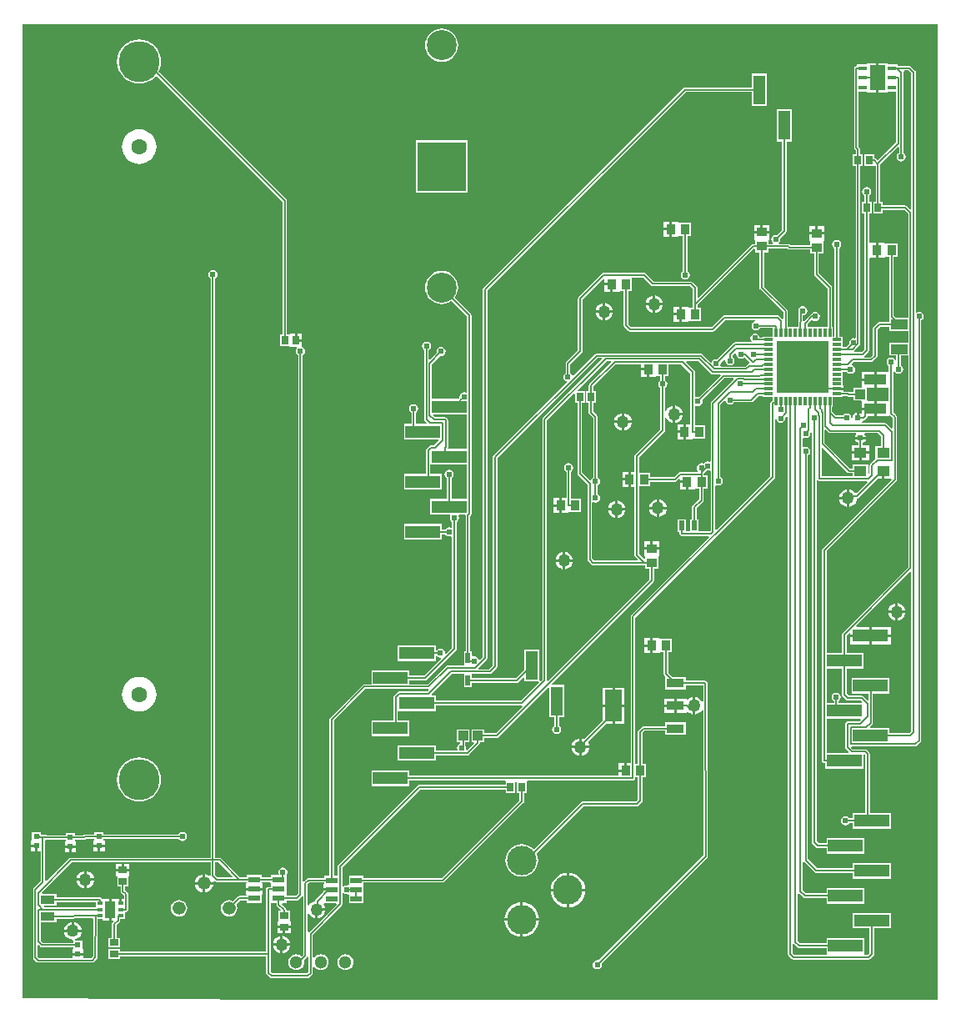
<source format=gtl>
G04*
G04 #@! TF.GenerationSoftware,Altium Limited,Altium Designer,19.1.7 (138)*
G04*
G04 Layer_Physical_Order=1*
G04 Layer_Color=255*
%FSLAX25Y25*%
%MOIN*%
G70*
G01*
G75*
%ADD50R,0.03740X0.04134*%
%ADD51R,0.19685X0.19685*%
%ADD52R,0.06890X0.12598*%
%ADD53R,0.06890X0.03740*%
%ADD54R,0.04921X0.02362*%
%ADD55R,0.03347X0.02756*%
%ADD56R,0.04331X0.06693*%
%ADD57R,0.02362X0.01378*%
%ADD58R,0.02441X0.02362*%
%ADD59R,0.04134X0.03740*%
%ADD60R,0.02756X0.03347*%
%ADD61R,0.07087X0.03937*%
%ADD62R,0.04134X0.03937*%
%ADD63R,0.08661X0.04134*%
%ADD64R,0.05118X0.04134*%
%ADD65R,0.20669X0.20669*%
%ADD66R,0.01181X0.03543*%
%ADD67R,0.03543X0.01181*%
%ADD68R,0.03937X0.03937*%
%ADD69R,0.02165X0.03937*%
%ADD70R,0.06299X0.09843*%
%ADD71R,0.03543X0.01772*%
%ADD72R,0.14016X0.05000*%
%ADD73R,0.04724X0.02362*%
%ADD74R,0.05000X0.11654*%
%ADD75R,0.01968X0.04134*%
%ADD76R,0.05709X0.03543*%
%ADD77C,0.00600*%
%ADD78C,0.11988*%
%ADD79C,0.16358*%
%ADD80C,0.06299*%
%ADD81C,0.05118*%
%ADD82C,0.05264*%
%ADD83C,0.11811*%
%ADD84C,0.05000*%
%ADD85C,0.02400*%
G36*
X698000Y105500D02*
X437500D01*
X332004Y106000D01*
Y495369D01*
X698000D01*
Y105500D01*
D02*
G37*
%LPC*%
G36*
X499500Y493626D02*
X498207Y493499D01*
X496964Y493122D01*
X495819Y492509D01*
X494815Y491685D01*
X493991Y490681D01*
X493378Y489536D01*
X493001Y488293D01*
X492874Y487000D01*
X493001Y485707D01*
X493378Y484464D01*
X493991Y483319D01*
X494815Y482315D01*
X495819Y481491D01*
X496964Y480878D01*
X498207Y480501D01*
X499500Y480374D01*
X500793Y480501D01*
X502036Y480878D01*
X503181Y481491D01*
X504185Y482315D01*
X505009Y483319D01*
X505622Y484464D01*
X505999Y485707D01*
X506126Y487000D01*
X505999Y488293D01*
X505622Y489536D01*
X505009Y490681D01*
X504185Y491685D01*
X503181Y492509D01*
X502036Y493122D01*
X500793Y493499D01*
X499500Y493626D01*
D02*
G37*
G36*
X378500Y453405D02*
X377148Y453272D01*
X375847Y452877D01*
X374648Y452237D01*
X373598Y451374D01*
X372736Y450324D01*
X372095Y449125D01*
X371701Y447825D01*
X371567Y446472D01*
X371701Y445120D01*
X372095Y443819D01*
X372736Y442621D01*
X373598Y441570D01*
X374648Y440708D01*
X375847Y440067D01*
X377148Y439673D01*
X378500Y439540D01*
X379853Y439673D01*
X381153Y440067D01*
X382351Y440708D01*
X383402Y441570D01*
X384264Y442621D01*
X384905Y443819D01*
X385299Y445120D01*
X385433Y446472D01*
X385299Y447825D01*
X384905Y449125D01*
X384264Y450324D01*
X383402Y451374D01*
X382351Y452237D01*
X381153Y452877D01*
X379853Y453272D01*
X378500Y453405D01*
D02*
G37*
G36*
X509942Y449017D02*
X489057D01*
Y428132D01*
X509942D01*
Y449017D01*
D02*
G37*
G36*
X590646Y416567D02*
X588275D01*
Y414000D01*
X590646D01*
Y416567D01*
D02*
G37*
G36*
X630567Y415225D02*
X628000D01*
Y412854D01*
X630567D01*
Y415225D01*
D02*
G37*
G36*
X627000D02*
X624433D01*
Y412854D01*
X627000D01*
Y415225D01*
D02*
G37*
G36*
X652500Y414772D02*
X649933D01*
Y412402D01*
X652500D01*
Y414772D01*
D02*
G37*
G36*
X648933D02*
X646366D01*
Y412402D01*
X648933D01*
Y414772D01*
D02*
G37*
G36*
X590646Y413000D02*
X588275D01*
Y410433D01*
X590646D01*
Y413000D01*
D02*
G37*
G36*
X594016Y416567D02*
X591646D01*
Y413500D01*
Y410433D01*
X594016D01*
Y410516D01*
X594384Y410833D01*
X594516Y410833D01*
X595937D01*
Y396697D01*
X595557Y396443D01*
X595159Y395848D01*
X595019Y395146D01*
X595159Y394443D01*
X595557Y393848D01*
X596152Y393450D01*
X596854Y393310D01*
X597557Y393450D01*
X598152Y393848D01*
X598550Y394443D01*
X598690Y395146D01*
X598550Y395848D01*
X598152Y396443D01*
X597772Y396697D01*
Y410833D01*
X599325D01*
Y416167D01*
X594516D01*
X594384Y416167D01*
X594016Y416484D01*
Y416567D01*
D02*
G37*
G36*
X443642Y371673D02*
X441764D01*
Y369500D01*
X443642D01*
Y371673D01*
D02*
G37*
G36*
X661500Y309464D02*
X661086Y309410D01*
X660235Y309057D01*
X659504Y308496D01*
X658943Y307765D01*
X658590Y306914D01*
X658536Y306500D01*
X661500D01*
Y309464D01*
D02*
G37*
G36*
Y305500D02*
X658536D01*
X658590Y305086D01*
X658943Y304235D01*
X659504Y303504D01*
X660235Y302943D01*
X661086Y302590D01*
X661500Y302536D01*
Y305500D01*
D02*
G37*
G36*
X583000Y250067D02*
X580630D01*
Y247500D01*
X583000D01*
Y250067D01*
D02*
G37*
G36*
Y246500D02*
X580630D01*
Y243933D01*
X583000D01*
Y246500D01*
D02*
G37*
G36*
X600000Y226464D02*
X599586Y226410D01*
X598735Y226057D01*
X598004Y225496D01*
X597918Y225385D01*
X597445Y225546D01*
Y225815D01*
X593500D01*
Y222945D01*
Y220075D01*
X597445D01*
Y220454D01*
X597918Y220615D01*
X598004Y220504D01*
X598735Y219943D01*
X599586Y219590D01*
X600000Y219536D01*
Y223000D01*
Y226464D01*
D02*
G37*
G36*
X586370Y250067D02*
X584000D01*
Y247000D01*
Y243933D01*
X586370D01*
Y244016D01*
X586738Y244333D01*
X586870Y244333D01*
X588291D01*
Y235791D01*
X588361Y235440D01*
X588560Y235142D01*
X588787Y234915D01*
X588955Y234470D01*
X588955D01*
X588955Y234470D01*
Y229530D01*
X597045D01*
Y231082D01*
X604073D01*
X604081Y224806D01*
X603581Y224707D01*
X603557Y224765D01*
X602996Y225496D01*
X602265Y226057D01*
X601414Y226410D01*
X601000Y226464D01*
Y223000D01*
Y219536D01*
X601414Y219590D01*
X602265Y219943D01*
X602996Y220504D01*
X603557Y221235D01*
X603586Y221304D01*
X604086Y221205D01*
X604163Y163260D01*
X562148Y121246D01*
X561700Y121335D01*
X560998Y121196D01*
X560402Y120798D01*
X560004Y120202D01*
X559865Y119500D01*
X560004Y118798D01*
X560402Y118202D01*
X560998Y117804D01*
X561700Y117665D01*
X562402Y117804D01*
X562998Y118202D01*
X563396Y118798D01*
X563535Y119500D01*
X563446Y119948D01*
X605729Y162232D01*
X605730Y162232D01*
X605730Y162233D01*
X605827Y162378D01*
X605928Y162530D01*
X605929Y162530D01*
X605929Y162531D01*
X605963Y162705D01*
X605998Y162881D01*
X605998Y162881D01*
X605998Y162882D01*
X605907Y232001D01*
X605872Y232178D01*
X605837Y232351D01*
X605837Y232352D01*
X605837Y232352D01*
X605737Y232502D01*
X605638Y232649D01*
X605638Y232649D01*
X605637Y232650D01*
X605489Y232749D01*
X605341Y232848D01*
X605340Y232848D01*
X605339Y232848D01*
X605165Y232883D01*
X604989Y232918D01*
X597045D01*
Y234470D01*
X591828D01*
X590126Y236172D01*
Y244333D01*
X591679D01*
Y249667D01*
X586870D01*
X586738Y249667D01*
X586370Y249985D01*
Y250067D01*
D02*
G37*
G36*
X592500Y225815D02*
X588555D01*
Y223445D01*
X592500D01*
Y225815D01*
D02*
G37*
G36*
X378500Y234468D02*
X377148Y234335D01*
X375847Y233940D01*
X374648Y233300D01*
X373598Y232437D01*
X372736Y231387D01*
X372095Y230188D01*
X371701Y228888D01*
X371567Y227535D01*
X371701Y226183D01*
X372095Y224882D01*
X372736Y223684D01*
X373598Y222633D01*
X374648Y221771D01*
X375847Y221130D01*
X377148Y220736D01*
X378500Y220603D01*
X379853Y220736D01*
X381153Y221130D01*
X382351Y221771D01*
X383402Y222633D01*
X384264Y223684D01*
X384905Y224882D01*
X385299Y226183D01*
X385433Y227535D01*
X385299Y228888D01*
X384905Y230188D01*
X384264Y231387D01*
X383402Y232437D01*
X382351Y233300D01*
X381153Y233940D01*
X379853Y234335D01*
X378500Y234468D01*
D02*
G37*
G36*
X592500Y222445D02*
X588555D01*
Y220075D01*
X592500D01*
Y222445D01*
D02*
G37*
G36*
X378500Y202322D02*
X376779Y202152D01*
X375124Y201650D01*
X373599Y200835D01*
X372262Y199738D01*
X371165Y198401D01*
X370350Y196876D01*
X369848Y195221D01*
X369678Y193500D01*
X369848Y191779D01*
X370350Y190124D01*
X371165Y188599D01*
X372262Y187262D01*
X373599Y186165D01*
X375124Y185350D01*
X376779Y184848D01*
X378500Y184678D01*
X380221Y184848D01*
X381876Y185350D01*
X383401Y186165D01*
X384738Y187262D01*
X385835Y188599D01*
X386650Y190124D01*
X387152Y191779D01*
X387322Y193500D01*
X387152Y195221D01*
X386650Y196876D01*
X385835Y198401D01*
X384738Y199738D01*
X383401Y200835D01*
X381876Y201650D01*
X380221Y202152D01*
X378500Y202322D01*
D02*
G37*
G36*
X364721Y166500D02*
X363000D01*
Y164819D01*
X364721D01*
Y166500D01*
D02*
G37*
G36*
X362000D02*
X360279D01*
Y164819D01*
X362000D01*
Y166500D01*
D02*
G37*
G36*
X337000D02*
X335279D01*
Y164819D01*
X337000D01*
Y166500D01*
D02*
G37*
G36*
X353221Y166189D02*
X351500D01*
Y164508D01*
X353221D01*
Y166189D01*
D02*
G37*
G36*
X350500D02*
X348780D01*
Y164508D01*
X350500D01*
Y166189D01*
D02*
G37*
G36*
X374673Y159642D02*
X372500D01*
Y157764D01*
X374673D01*
Y159642D01*
D02*
G37*
G36*
X371500D02*
X369327D01*
Y157764D01*
X371500D01*
Y159642D01*
D02*
G37*
G36*
X378500Y489329D02*
X376779Y489160D01*
X375124Y488658D01*
X373599Y487843D01*
X372262Y486746D01*
X371165Y485409D01*
X370350Y483884D01*
X369848Y482229D01*
X369678Y480508D01*
X369848Y478787D01*
X370350Y477132D01*
X371165Y475607D01*
X372262Y474270D01*
X373599Y473173D01*
X375124Y472358D01*
X376779Y471856D01*
X378500Y471686D01*
X380221Y471856D01*
X381876Y472358D01*
X383401Y473173D01*
X384738Y474270D01*
X385028Y474623D01*
X385527Y474648D01*
X435819Y424356D01*
Y371273D01*
X434758D01*
Y366727D01*
X438644Y366727D01*
X438886Y366327D01*
X438956Y366327D01*
X438956Y366327D01*
X441444D01*
X441574Y366111D01*
X441655Y365827D01*
X441304Y365302D01*
X441165Y364600D01*
X441304Y363898D01*
X441702Y363302D01*
X442082Y363048D01*
Y147880D01*
X441120Y146918D01*
X437757D01*
X437403Y147271D01*
X437403Y147781D01*
X437403Y148281D01*
Y151199D01*
X437403Y151521D01*
X437403Y152021D01*
Y155262D01*
X437403Y155262D01*
X437403D01*
X437613Y155675D01*
X437696Y155798D01*
X437835Y156500D01*
X437696Y157202D01*
X437298Y157798D01*
X436702Y158196D01*
X436000Y158335D01*
X435298Y158196D01*
X434702Y157798D01*
X434304Y157202D01*
X434165Y156500D01*
X434304Y155798D01*
X434368Y155702D01*
X434132Y155262D01*
X431282D01*
Y154398D01*
X427561D01*
Y155262D01*
X421439D01*
Y154398D01*
X418900D01*
X411349Y161949D01*
X411051Y162148D01*
X410700Y162218D01*
X408918D01*
Y393748D01*
X409298Y394002D01*
X409696Y394598D01*
X409835Y395300D01*
X409696Y396002D01*
X409298Y396598D01*
X408702Y396996D01*
X408000Y397135D01*
X407298Y396996D01*
X406702Y396598D01*
X406304Y396002D01*
X406165Y395300D01*
X406304Y394598D01*
X406702Y394002D01*
X407082Y393748D01*
Y162218D01*
X351300D01*
X350949Y162148D01*
X350651Y161949D01*
X341418Y152715D01*
X340918Y152922D01*
Y169177D01*
X341280Y169523D01*
X343956Y169394D01*
X343978Y169398D01*
X344000Y169393D01*
X349180D01*
Y168870D01*
X348780D01*
Y167189D01*
X353221D01*
Y168870D01*
X352820D01*
Y169393D01*
X356500D01*
X356851Y169463D01*
X357149Y169662D01*
X357191Y169704D01*
X360680D01*
Y169181D01*
X360279D01*
Y167500D01*
X364721D01*
Y169181D01*
X364320D01*
Y169704D01*
X394170D01*
X394424Y169324D01*
X395020Y168926D01*
X395722Y168787D01*
X396424Y168926D01*
X397020Y169324D01*
X397418Y169920D01*
X397557Y170622D01*
X397418Y171324D01*
X397020Y171920D01*
X396424Y172318D01*
X395722Y172457D01*
X395020Y172318D01*
X394424Y171920D01*
X394170Y171540D01*
X364320D01*
Y172403D01*
X360680D01*
Y171540D01*
X356811D01*
X356460Y171470D01*
X356162Y171271D01*
X356120Y171229D01*
X352820D01*
Y172092D01*
X349180D01*
Y171229D01*
X344022D01*
X339320Y171454D01*
Y172403D01*
X335680D01*
Y169181D01*
X335279D01*
Y167500D01*
X337500D01*
Y167000D01*
X338000D01*
Y164819D01*
X339082D01*
Y152880D01*
X336351Y150149D01*
X336152Y149851D01*
X336082Y149500D01*
Y122500D01*
X336152Y122149D01*
X336351Y121851D01*
X337651Y120551D01*
X337949Y120352D01*
X338300Y120282D01*
X359700D01*
X360051Y120352D01*
X360349Y120551D01*
X361649Y121851D01*
X361747Y121998D01*
X361846Y122144D01*
X361846Y122146D01*
X361848Y122149D01*
X361882Y122322D01*
X361918Y122494D01*
X362010Y137652D01*
X363835D01*
Y137153D01*
X366500D01*
Y141500D01*
Y145846D01*
X363835D01*
X363447Y146117D01*
X363415Y146149D01*
X363117Y146348D01*
X362766Y146418D01*
X345454D01*
Y147872D01*
X339823D01*
X339631Y148334D01*
X351680Y160382D01*
X407082D01*
Y155227D01*
X406595Y154971D01*
X406332Y155173D01*
X405448Y155538D01*
X405000Y155597D01*
Y152500D01*
X408097D01*
X408038Y152948D01*
X408032Y152963D01*
X408456Y153246D01*
X408871Y152831D01*
X409168Y152633D01*
X409520Y152563D01*
X421439D01*
Y151921D01*
X421039D01*
Y150240D01*
X427961D01*
Y151921D01*
X427561D01*
Y152563D01*
X430928D01*
X431282Y152209D01*
X431282Y151699D01*
X431282Y151199D01*
Y150584D01*
X430178Y150558D01*
X430014Y150521D01*
X429849Y150488D01*
X429840Y150482D01*
X429829Y150479D01*
X429691Y150382D01*
X429551Y150289D01*
X429545Y150280D01*
X429536Y150273D01*
X429446Y150131D01*
X429352Y149991D01*
X429350Y149980D01*
X429344Y149971D01*
X429315Y149805D01*
X429282Y149640D01*
Y124654D01*
X370773D01*
Y125714D01*
X366227D01*
Y121758D01*
X370773D01*
Y122819D01*
X429282D01*
Y116250D01*
X429352Y115899D01*
X429551Y115601D01*
X430801Y114351D01*
X431099Y114152D01*
X431450Y114082D01*
X445850D01*
X446201Y114152D01*
X446499Y114351D01*
X447749Y115601D01*
X447948Y115899D01*
X448018Y116250D01*
Y118581D01*
X448518Y118751D01*
X448904Y118247D01*
X449564Y117741D01*
X450333Y117422D01*
X451157Y117314D01*
X451982Y117422D01*
X452751Y117741D01*
X453410Y118247D01*
X453917Y118907D01*
X454235Y119675D01*
X454344Y120500D01*
X454235Y121325D01*
X453917Y122093D01*
X453410Y122753D01*
X452751Y123259D01*
X451982Y123578D01*
X451157Y123686D01*
X450333Y123578D01*
X449564Y123259D01*
X448904Y122753D01*
X448518Y122249D01*
X448018Y122419D01*
Y131520D01*
X459449Y142951D01*
X459648Y143249D01*
X459718Y143600D01*
Y147947D01*
X460218Y148125D01*
X460698Y147804D01*
X461400Y147665D01*
X461880Y147760D01*
X462015Y147749D01*
X462308Y147497D01*
X462380Y147389D01*
Y143979D01*
X468305D01*
Y147541D01*
X468305D01*
Y147719D01*
X468305D01*
Y150959D01*
X468305Y151281D01*
X468305Y151781D01*
Y152323D01*
X499968D01*
X500319Y152392D01*
X500617Y152591D01*
X532176Y184151D01*
X532375Y184449D01*
X532445Y184800D01*
Y188227D01*
X533506D01*
Y192582D01*
X533506Y192773D01*
X533878Y193082D01*
X575900D01*
X576251Y193152D01*
X576549Y193351D01*
X576649Y193451D01*
X576848Y193749D01*
X576918Y194100D01*
Y194333D01*
X577937D01*
Y185380D01*
X577224Y184668D01*
X555935D01*
X555584Y184598D01*
X555286Y184399D01*
X536608Y165720D01*
X536122Y165744D01*
X535132Y166557D01*
X534002Y167161D01*
X532775Y167533D01*
X531500Y167659D01*
X530225Y167533D01*
X528998Y167161D01*
X527868Y166557D01*
X526878Y165744D01*
X526065Y164754D01*
X525461Y163624D01*
X525089Y162397D01*
X524963Y161122D01*
X525089Y159847D01*
X525461Y158620D01*
X526065Y157490D01*
X526878Y156500D01*
X527868Y155687D01*
X528998Y155083D01*
X530225Y154711D01*
X531500Y154585D01*
X532775Y154711D01*
X534002Y155083D01*
X535132Y155687D01*
X536122Y156500D01*
X536935Y157490D01*
X537539Y158620D01*
X537911Y159847D01*
X538037Y161122D01*
X537911Y162397D01*
X537539Y163624D01*
X537389Y163906D01*
X556315Y182832D01*
X577604D01*
X577956Y182902D01*
X578253Y183101D01*
X579503Y184351D01*
X579702Y184649D01*
X579772Y185000D01*
Y194333D01*
X581324D01*
Y199667D01*
X579772D01*
Y212120D01*
X580624Y212972D01*
X588955D01*
Y211420D01*
X597045D01*
Y216360D01*
X588955D01*
Y214807D01*
X580244D01*
X579893Y214738D01*
X579595Y214539D01*
X578205Y213149D01*
X578007Y212851D01*
X577937Y212500D01*
Y199667D01*
X576918D01*
Y258220D01*
X632499Y313801D01*
X632698Y314099D01*
X632768Y314450D01*
Y337583D01*
X633268Y337632D01*
X633354Y337198D01*
X633752Y336602D01*
X634347Y336204D01*
X635050Y336065D01*
X635752Y336204D01*
X636347Y336602D01*
X636745Y337198D01*
X636885Y337900D01*
X636821Y338223D01*
X637482Y338885D01*
X637982Y338678D01*
Y123750D01*
X638052Y123399D01*
X638251Y123101D01*
X639501Y121851D01*
X639799Y121652D01*
X640150Y121582D01*
X670350D01*
X670701Y121652D01*
X670999Y121851D01*
X672249Y123101D01*
X672448Y123399D01*
X672518Y123750D01*
Y133939D01*
X679120D01*
Y140139D01*
X663904D01*
Y133939D01*
X670682D01*
Y124130D01*
X669970Y123418D01*
X668650D01*
X668608Y123900D01*
X668608D01*
Y130100D01*
X653392D01*
Y127918D01*
X642880D01*
X641882Y128916D01*
Y147903D01*
X642250Y148058D01*
X642382Y148070D01*
X644101Y146351D01*
X644399Y146152D01*
X644750Y146082D01*
X653392D01*
Y143900D01*
X668608D01*
Y150100D01*
X653392D01*
Y147918D01*
X645130D01*
X643918Y149130D01*
Y160500D01*
X644418Y160651D01*
X644451Y160601D01*
X648701Y156351D01*
X648999Y156152D01*
X649350Y156082D01*
X663904D01*
Y153900D01*
X679120D01*
Y160100D01*
X663904D01*
Y157918D01*
X649730D01*
X646018Y161630D01*
Y323048D01*
X646398Y323302D01*
X646796Y323898D01*
X646935Y324600D01*
X646796Y325302D01*
X646398Y325898D01*
X645802Y326296D01*
X645100Y326435D01*
X644418Y326300D01*
X644329Y326291D01*
X643918Y326554D01*
Y329896D01*
X644329Y330159D01*
X644418Y330151D01*
X645100Y330015D01*
X645802Y330154D01*
X646398Y330552D01*
X646796Y331148D01*
X646935Y331850D01*
X646902Y332018D01*
X647032Y332140D01*
X647532Y331922D01*
Y168550D01*
X647602Y168199D01*
X647801Y167901D01*
X649351Y166351D01*
X649649Y166152D01*
X650000Y166082D01*
X653392D01*
Y163900D01*
X668608D01*
Y170100D01*
X653392D01*
Y167918D01*
X650380D01*
X649368Y168930D01*
Y313150D01*
X649868Y313301D01*
X649901Y313251D01*
X650051Y313101D01*
X650349Y312902D01*
X650700Y312832D01*
X669559D01*
X669750Y312370D01*
X665452Y308072D01*
X664788Y308116D01*
X664496Y308496D01*
X663765Y309057D01*
X662914Y309410D01*
X662500Y309464D01*
Y306000D01*
Y302536D01*
X662914Y302590D01*
X663765Y302943D01*
X664496Y303504D01*
X665057Y304235D01*
X665410Y305086D01*
X665507Y305826D01*
X665751Y305875D01*
X666049Y306074D01*
X673766Y313791D01*
X675528D01*
Y316858D01*
X676528D01*
Y313791D01*
X679186D01*
X679393Y313291D01*
X651851Y285749D01*
X651652Y285451D01*
X651582Y285100D01*
Y201100D01*
X651652Y200749D01*
X651851Y200451D01*
X651951Y200351D01*
X652249Y200152D01*
X652600Y200082D01*
X652892D01*
Y197900D01*
X668108D01*
Y203339D01*
X668608Y203511D01*
X668882Y203273D01*
Y180100D01*
X663904D01*
Y177918D01*
X662552D01*
X662298Y178298D01*
X661702Y178696D01*
X661000Y178835D01*
X660298Y178696D01*
X659702Y178298D01*
X659304Y177702D01*
X659165Y177000D01*
X659304Y176298D01*
X659702Y175702D01*
X660298Y175304D01*
X661000Y175165D01*
X661702Y175304D01*
X662298Y175702D01*
X662552Y176082D01*
X663904D01*
Y173900D01*
X679120D01*
Y180100D01*
X670718D01*
Y203750D01*
X670648Y204101D01*
X670449Y204399D01*
X669560Y205288D01*
X669262Y205487D01*
X668911Y205557D01*
X663942D01*
X663316Y206182D01*
X663523Y206682D01*
X688750D01*
X689101Y206752D01*
X689399Y206951D01*
X691049Y208601D01*
X691248Y208899D01*
X691318Y209250D01*
Y377048D01*
X691698Y377302D01*
X692096Y377898D01*
X692235Y378600D01*
X692096Y379302D01*
X691698Y379898D01*
X691102Y380296D01*
X690400Y380435D01*
X689698Y380296D01*
X689559Y380203D01*
X689118Y380438D01*
Y476250D01*
X689048Y476601D01*
X688849Y476899D01*
X687225Y478523D01*
X686927Y478722D01*
X686576Y478792D01*
X681789D01*
Y479360D01*
X677858D01*
Y479858D01*
X674209D01*
Y473937D01*
Y468016D01*
X677858D01*
Y468514D01*
X681182D01*
Y448280D01*
X673850Y440948D01*
X673149Y441649D01*
X672851Y441848D01*
X672500Y441918D01*
X672478D01*
Y443273D01*
X668522D01*
Y438727D01*
X672478D01*
Y438727D01*
X672978Y438850D01*
X673082Y438780D01*
Y424273D01*
X672022D01*
Y419727D01*
X675978D01*
Y421082D01*
X684620D01*
X686082Y419620D01*
Y377990D01*
X681229D01*
X680272Y378947D01*
Y402333D01*
X681824D01*
Y407667D01*
X677016D01*
X676884Y407667D01*
X676516Y407984D01*
Y408067D01*
X674146D01*
Y405000D01*
Y401933D01*
X676516D01*
Y402015D01*
X676884Y402333D01*
X677016Y402333D01*
X678437D01*
Y378567D01*
X678452Y378490D01*
X678357Y377990D01*
X678357D01*
X678357Y377990D01*
Y376339D01*
X674471D01*
X674120Y376269D01*
X673822Y376070D01*
X672151Y374399D01*
X671952Y374101D01*
X671882Y373750D01*
Y363230D01*
X670870Y362218D01*
X668642D01*
X668490Y362718D01*
X668549Y362757D01*
X670121Y364329D01*
X670320Y364627D01*
X670390Y364978D01*
Y401657D01*
X670776Y401933D01*
X670890Y401933D01*
X673146D01*
Y405000D01*
Y408067D01*
X670890D01*
X670776Y408067D01*
X670390Y408343D01*
Y419727D01*
X671450D01*
Y424273D01*
X670390D01*
Y426948D01*
X670770Y427202D01*
X671168Y427798D01*
X671308Y428500D01*
X671168Y429202D01*
X670770Y429798D01*
X670175Y430196D01*
X669472Y430335D01*
X668770Y430196D01*
X668175Y429798D01*
X667777Y429202D01*
X667637Y428500D01*
X667777Y427798D01*
X668175Y427202D01*
X668555Y426948D01*
Y424273D01*
X667494D01*
Y419727D01*
X668555D01*
Y365358D01*
X667520Y364323D01*
X664686D01*
X664604Y364438D01*
X664497Y364823D01*
X666621Y366948D01*
X666820Y367245D01*
X666890Y367596D01*
Y438727D01*
X667950D01*
Y443273D01*
X666890D01*
Y445328D01*
X666820Y445679D01*
X666621Y445976D01*
X666218Y446380D01*
Y468514D01*
X669559D01*
Y468016D01*
X673209D01*
Y473937D01*
Y479858D01*
X669559D01*
Y479360D01*
X665628D01*
Y478792D01*
X665400D01*
X665049Y478722D01*
X664751Y478523D01*
X664651Y478423D01*
X664452Y478125D01*
X664382Y477774D01*
Y446000D01*
X664452Y445649D01*
X664651Y445351D01*
X665055Y444947D01*
Y443273D01*
X663994D01*
Y438727D01*
X665055D01*
Y370300D01*
X664555Y369890D01*
X664326Y369935D01*
X663624Y369796D01*
X663028Y369398D01*
X662630Y368802D01*
X662491Y368100D01*
X662580Y367652D01*
X661220Y366292D01*
X659872D01*
Y370501D01*
X658418D01*
Y405739D01*
X658798Y405994D01*
X659196Y406589D01*
X659335Y407291D01*
X659196Y407994D01*
X658798Y408589D01*
X658202Y408987D01*
X657500Y409127D01*
X656798Y408987D01*
X656202Y408589D01*
X655804Y407994D01*
X655665Y407291D01*
X655804Y406589D01*
X656202Y405994D01*
X656582Y405739D01*
Y370501D01*
X655935D01*
Y374439D01*
X655662D01*
Y390100D01*
X655592Y390451D01*
X655393Y390749D01*
X650351Y395791D01*
Y403723D01*
X652100D01*
Y408532D01*
X652100Y408663D01*
X652418Y409031D01*
X652500D01*
Y411402D01*
X646366D01*
Y409031D01*
X646448D01*
X646766Y408663D01*
X646766Y408532D01*
Y407111D01*
X639033D01*
X638849Y407295D01*
X638551Y407493D01*
X638200Y407563D01*
X634491D01*
X634339Y408063D01*
X634398Y408102D01*
X634796Y408698D01*
X634935Y409400D01*
X634846Y409848D01*
X637149Y412151D01*
X637348Y412449D01*
X637418Y412800D01*
Y448573D01*
X639600D01*
Y461427D01*
X633400D01*
Y448573D01*
X635582D01*
Y413180D01*
X633548Y411146D01*
X633100Y411235D01*
X632398Y411096D01*
X631802Y410698D01*
X631404Y410102D01*
X631265Y409400D01*
X631404Y408698D01*
X631802Y408102D01*
X631861Y408063D01*
X631709Y407563D01*
X630167D01*
Y408984D01*
X630167Y409116D01*
X630484Y409484D01*
X630567D01*
Y411854D01*
X624433D01*
Y409484D01*
X624516D01*
X624833Y409116D01*
X624833Y408984D01*
Y407563D01*
X624046D01*
X623694Y407493D01*
X623397Y407295D01*
X602234Y386132D01*
X601772Y386323D01*
Y390000D01*
X601702Y390351D01*
X601503Y390649D01*
X599903Y392249D01*
X599606Y392448D01*
X599254Y392518D01*
X584380D01*
X581149Y395749D01*
X580851Y395948D01*
X580500Y396018D01*
X564200D01*
X563849Y395948D01*
X563551Y395749D01*
X554251Y386449D01*
X554052Y386151D01*
X553982Y385800D01*
Y365180D01*
X549351Y360549D01*
X549152Y360251D01*
X549082Y359900D01*
Y356052D01*
X548702Y355798D01*
X548304Y355202D01*
X548165Y354500D01*
X548304Y353798D01*
X548702Y353202D01*
X549298Y352804D01*
X549369Y352790D01*
X549514Y352312D01*
X520151Y322949D01*
X519952Y322651D01*
X519882Y322300D01*
Y239030D01*
X518370Y237518D01*
X514269D01*
X514077Y237980D01*
X517449Y241351D01*
X517648Y241649D01*
X517718Y242000D01*
Y388920D01*
X597080Y468282D01*
X623400D01*
Y462746D01*
X629600D01*
Y475600D01*
X623400D01*
Y470118D01*
X596700D01*
X596349Y470048D01*
X596051Y469849D01*
X516151Y389949D01*
X515952Y389651D01*
X515882Y389300D01*
Y242380D01*
X514772Y241269D01*
X514229Y241434D01*
X514196Y241602D01*
X513798Y242198D01*
X513202Y242596D01*
X512500Y242735D01*
X512084Y242653D01*
X511584Y243008D01*
Y244647D01*
X510918D01*
Y298720D01*
X511149Y298951D01*
X511348Y299249D01*
X511418Y299600D01*
Y379150D01*
X511348Y379501D01*
X511149Y379799D01*
X504770Y386177D01*
X505009Y386468D01*
X505622Y387614D01*
X505999Y388857D01*
X506126Y390150D01*
X505999Y391442D01*
X505622Y392685D01*
X505009Y393831D01*
X504185Y394835D01*
X503181Y395659D01*
X502036Y396271D01*
X500793Y396648D01*
X499500Y396776D01*
X498207Y396648D01*
X496964Y396271D01*
X495819Y395659D01*
X494815Y394835D01*
X493991Y393831D01*
X493378Y392685D01*
X493001Y391442D01*
X492874Y390150D01*
X493001Y388857D01*
X493378Y387614D01*
X493991Y386468D01*
X494815Y385464D01*
X495819Y384640D01*
X496964Y384028D01*
X498207Y383651D01*
X499500Y383524D01*
X500793Y383651D01*
X502036Y384028D01*
X503181Y384640D01*
X503473Y384879D01*
X509582Y378769D01*
Y348454D01*
X509171Y348191D01*
X509082Y348200D01*
X508400Y348335D01*
X507698Y348196D01*
X507102Y347798D01*
X506704Y347202D01*
X506565Y346500D01*
X506654Y346052D01*
X506351Y345749D01*
X506252Y345600D01*
X495518D01*
Y359520D01*
X498852Y362854D01*
X499300Y362765D01*
X500002Y362904D01*
X500598Y363302D01*
X500996Y363898D01*
X501135Y364600D01*
X500996Y365302D01*
X500598Y365898D01*
X500002Y366296D01*
X499300Y366435D01*
X498598Y366296D01*
X498002Y365898D01*
X497604Y365302D01*
X497465Y364600D01*
X497554Y364152D01*
X494780Y361377D01*
X494318Y361569D01*
Y365148D01*
X494698Y365402D01*
X495096Y365998D01*
X495235Y366700D01*
X495096Y367402D01*
X494698Y367998D01*
X494102Y368396D01*
X493400Y368535D01*
X492698Y368396D01*
X492102Y367998D01*
X491704Y367402D01*
X491565Y366700D01*
X491704Y365998D01*
X492102Y365402D01*
X492482Y365148D01*
Y337500D01*
X492552Y337149D01*
X492751Y336851D01*
X493540Y336062D01*
X493349Y335600D01*
X489218D01*
Y340148D01*
X489598Y340402D01*
X489996Y340998D01*
X490135Y341700D01*
X489996Y342402D01*
X489598Y342998D01*
X489002Y343396D01*
X488300Y343535D01*
X487598Y343396D01*
X487002Y342998D01*
X486604Y342402D01*
X486465Y341700D01*
X486604Y340998D01*
X487002Y340402D01*
X487382Y340148D01*
Y335600D01*
X484392D01*
Y329400D01*
X498157D01*
X498348Y328938D01*
X496578Y327168D01*
X495350D01*
X494999Y327098D01*
X494701Y326899D01*
X493451Y325649D01*
X493252Y325351D01*
X493182Y325000D01*
Y315600D01*
X484392D01*
Y309400D01*
X499608D01*
Y315600D01*
X495018D01*
Y319400D01*
X509582D01*
Y305639D01*
X503418D01*
Y313948D01*
X503798Y314202D01*
X504196Y314798D01*
X504335Y315500D01*
X504196Y316202D01*
X503798Y316798D01*
X503202Y317196D01*
X502500Y317335D01*
X501798Y317196D01*
X501202Y316798D01*
X500804Y316202D01*
X500665Y315500D01*
X500804Y314798D01*
X501202Y314202D01*
X501582Y313948D01*
Y305639D01*
X494904D01*
Y299439D01*
X502729D01*
X502996Y298939D01*
X502904Y298802D01*
X502765Y298100D01*
X502904Y297398D01*
X503302Y296802D01*
X503682Y296548D01*
Y294454D01*
X503271Y294191D01*
X503182Y294199D01*
X502500Y294335D01*
X501798Y294196D01*
X501202Y293798D01*
X500948Y293418D01*
X499608D01*
Y295600D01*
X484392D01*
Y289400D01*
X499608D01*
Y291582D01*
X500948D01*
X501202Y291202D01*
X501798Y290804D01*
X502500Y290665D01*
X503182Y290800D01*
X503271Y290809D01*
X503682Y290546D01*
Y246080D01*
X501281Y243679D01*
X500820Y243925D01*
X500835Y244000D01*
X500696Y244702D01*
X500298Y245298D01*
X499702Y245696D01*
X499000Y245835D01*
X498298Y245696D01*
X497702Y245298D01*
X497620Y245174D01*
X497120Y245326D01*
Y247100D01*
X481904D01*
Y240900D01*
X497120D01*
Y242674D01*
X497620Y242826D01*
X497702Y242702D01*
X498298Y242304D01*
X499000Y242165D01*
X499075Y242180D01*
X499321Y241719D01*
X492520Y234918D01*
X486608D01*
Y237100D01*
X471392D01*
Y231518D01*
X468550D01*
X468199Y231448D01*
X467901Y231249D01*
X454851Y218199D01*
X454652Y217901D01*
X454582Y217550D01*
Y155021D01*
X452538D01*
Y154158D01*
X446250D01*
X445899Y154088D01*
X445601Y153889D01*
X444418Y152706D01*
X444149Y152756D01*
X443918Y152890D01*
Y363048D01*
X444298Y363302D01*
X444696Y363898D01*
X444835Y364600D01*
X444696Y365302D01*
X444298Y365898D01*
X443702Y366296D01*
X443685Y366299D01*
X443642Y366776D01*
Y368500D01*
X441264D01*
Y369000D01*
X440764D01*
Y371673D01*
X438956D01*
X438956Y371673D01*
X438886D01*
X438644Y371273D01*
X438386Y371273D01*
X437654D01*
Y424736D01*
X437584Y425087D01*
X437385Y425385D01*
X386298Y476473D01*
X386650Y477132D01*
X387152Y478787D01*
X387322Y480508D01*
X387152Y482229D01*
X386650Y483884D01*
X385835Y485409D01*
X384738Y486746D01*
X383401Y487843D01*
X381876Y488658D01*
X380221Y489160D01*
X378500Y489329D01*
D02*
G37*
G36*
X357500Y156964D02*
Y154000D01*
X360464D01*
X360410Y154414D01*
X360057Y155265D01*
X359496Y155996D01*
X358765Y156557D01*
X357914Y156910D01*
X357500Y156964D01*
D02*
G37*
G36*
X356500D02*
X356086Y156910D01*
X355235Y156557D01*
X354504Y155996D01*
X353943Y155265D01*
X353590Y154414D01*
X353536Y154000D01*
X356500D01*
Y156964D01*
D02*
G37*
G36*
X404000Y155597D02*
X403552Y155538D01*
X402668Y155173D01*
X401910Y154590D01*
X401328Y153832D01*
X400962Y152948D01*
X400903Y152500D01*
X404000D01*
Y155597D01*
D02*
G37*
G36*
X360464Y153000D02*
X357500D01*
Y150036D01*
X357914Y150090D01*
X358765Y150443D01*
X359496Y151004D01*
X360057Y151735D01*
X360410Y152586D01*
X360464Y153000D01*
D02*
G37*
G36*
X356500D02*
X353536D01*
X353590Y152586D01*
X353943Y151735D01*
X354504Y151004D01*
X355235Y150443D01*
X356086Y150090D01*
X356500Y150036D01*
Y153000D01*
D02*
G37*
G36*
X550504Y156201D02*
Y149811D01*
X556894D01*
X556810Y150665D01*
X556415Y151966D01*
X555773Y153166D01*
X554911Y154218D01*
X553859Y155080D01*
X552659Y155722D01*
X551358Y156117D01*
X550504Y156201D01*
D02*
G37*
G36*
X549504D02*
X548650Y156117D01*
X547349Y155722D01*
X546149Y155080D01*
X545097Y154218D01*
X544235Y153166D01*
X543593Y151966D01*
X543198Y150665D01*
X543114Y149811D01*
X549504D01*
Y156201D01*
D02*
G37*
G36*
X408097Y151500D02*
X405000D01*
Y148403D01*
X405448Y148462D01*
X406332Y148828D01*
X407090Y149410D01*
X407672Y150168D01*
X408038Y151052D01*
X408097Y151500D01*
D02*
G37*
G36*
X404000D02*
X400903D01*
X400962Y151052D01*
X401328Y150168D01*
X401910Y149410D01*
X402668Y148828D01*
X403552Y148462D01*
X404000Y148403D01*
Y151500D01*
D02*
G37*
G36*
X427961Y149240D02*
X421039D01*
Y147559D01*
X421439D01*
Y146918D01*
X418500D01*
X418149Y146848D01*
X417851Y146649D01*
X416056Y144854D01*
X415344Y145149D01*
X414500Y145260D01*
X413656Y145149D01*
X412870Y144823D01*
X412195Y144305D01*
X411677Y143630D01*
X411351Y142844D01*
X411240Y142000D01*
X411351Y141156D01*
X411677Y140370D01*
X412195Y139695D01*
X412870Y139177D01*
X413656Y138851D01*
X414500Y138740D01*
X415344Y138851D01*
X416130Y139177D01*
X416805Y139695D01*
X417323Y140370D01*
X417649Y141156D01*
X417760Y142000D01*
X417649Y142844D01*
X417354Y143556D01*
X418880Y145082D01*
X421439D01*
Y144219D01*
X427561D01*
Y147559D01*
X427961D01*
Y149240D01*
D02*
G37*
G36*
X374673Y156764D02*
X369327D01*
Y154956D01*
X369327Y154956D01*
Y154886D01*
X369727Y154644D01*
X369727Y154386D01*
Y150758D01*
X371082D01*
Y148900D01*
X371152Y148549D01*
X371351Y148251D01*
X372382Y147220D01*
Y145748D01*
X371634D01*
Y144059D01*
X370634D01*
Y145748D01*
X370165D01*
Y145846D01*
X367500D01*
Y141500D01*
Y137153D01*
X368053D01*
X368244Y136692D01*
X367851Y136299D01*
X367652Y136001D01*
X367582Y135650D01*
Y130242D01*
X366227D01*
Y126286D01*
X370773D01*
Y130242D01*
X369418D01*
Y135270D01*
X370749Y136601D01*
X370948Y136899D01*
X371018Y137250D01*
Y137652D01*
X372915D01*
Y140582D01*
X373200D01*
X373551Y140652D01*
X373849Y140851D01*
X373949Y140951D01*
X374148Y141249D01*
X374218Y141600D01*
Y147600D01*
X374148Y147951D01*
X373949Y148249D01*
X372918Y149280D01*
Y150758D01*
X374273D01*
X374273Y154644D01*
X374673Y154886D01*
X374673Y154956D01*
X374673Y154956D01*
Y156764D01*
D02*
G37*
G36*
X556894Y148811D02*
X550504D01*
Y142421D01*
X551358Y142505D01*
X552659Y142900D01*
X553859Y143542D01*
X554911Y144404D01*
X555773Y145456D01*
X556415Y146656D01*
X556810Y147957D01*
X556894Y148811D01*
D02*
G37*
G36*
X549504D02*
X543114D01*
X543198Y147957D01*
X543593Y146656D01*
X544235Y145456D01*
X545097Y144404D01*
X546149Y143542D01*
X547349Y142900D01*
X548650Y142505D01*
X549504Y142421D01*
Y148811D01*
D02*
G37*
G36*
X394500Y145260D02*
X393656Y145149D01*
X392870Y144823D01*
X392195Y144305D01*
X391677Y143630D01*
X391351Y142844D01*
X391240Y142000D01*
X391351Y141156D01*
X391677Y140370D01*
X392195Y139695D01*
X392870Y139177D01*
X393656Y138851D01*
X394500Y138740D01*
X395344Y138851D01*
X396130Y139177D01*
X396805Y139695D01*
X397323Y140370D01*
X397649Y141156D01*
X397760Y142000D01*
X397649Y142844D01*
X397323Y143630D01*
X396805Y144305D01*
X396130Y144823D01*
X395344Y145149D01*
X394500Y145260D01*
D02*
G37*
G36*
X532000Y144390D02*
Y138000D01*
X538390D01*
X538306Y138854D01*
X537911Y140155D01*
X537269Y141355D01*
X536407Y142407D01*
X535355Y143270D01*
X534155Y143911D01*
X532854Y144306D01*
X532000Y144390D01*
D02*
G37*
G36*
X531000D02*
X530146Y144306D01*
X528845Y143911D01*
X527645Y143270D01*
X526593Y142407D01*
X525731Y141355D01*
X525089Y140155D01*
X524694Y138854D01*
X524610Y138000D01*
X531000D01*
Y144390D01*
D02*
G37*
G36*
X538390Y137000D02*
X532000D01*
Y130610D01*
X532854Y130694D01*
X534155Y131089D01*
X535355Y131730D01*
X536407Y132593D01*
X537269Y133645D01*
X537911Y134845D01*
X538306Y136146D01*
X538390Y137000D01*
D02*
G37*
G36*
X531000D02*
X524610D01*
X524694Y136146D01*
X525089Y134845D01*
X525731Y133645D01*
X526593Y132593D01*
X527645Y131730D01*
X528845Y131089D01*
X530146Y130694D01*
X531000Y130610D01*
Y137000D01*
D02*
G37*
G36*
X461000Y123686D02*
X460175Y123578D01*
X459407Y123259D01*
X458747Y122753D01*
X458241Y122093D01*
X457922Y121325D01*
X457814Y120500D01*
X457922Y119675D01*
X458241Y118907D01*
X458747Y118247D01*
X459407Y117741D01*
X460175Y117422D01*
X461000Y117314D01*
X461825Y117422D01*
X462593Y117741D01*
X463253Y118247D01*
X463759Y118907D01*
X464078Y119675D01*
X464186Y120500D01*
X464078Y121325D01*
X463759Y122093D01*
X463253Y122753D01*
X462593Y123259D01*
X461825Y123578D01*
X461000Y123686D01*
D02*
G37*
%LPD*%
G36*
X687282Y475870D02*
Y421669D01*
X686820Y421477D01*
X685649Y422649D01*
X685351Y422848D01*
X685000Y422918D01*
X675978D01*
Y424273D01*
X674918D01*
Y439420D01*
X681920Y446423D01*
X682382Y446231D01*
Y443879D01*
X682002Y443625D01*
X681604Y443030D01*
X681465Y442328D01*
X681604Y441625D01*
X682002Y441030D01*
X682598Y440632D01*
X683300Y440492D01*
X684002Y440632D01*
X684598Y441030D01*
X684996Y441625D01*
X685135Y442328D01*
X684996Y443030D01*
X684598Y443625D01*
X684218Y443879D01*
Y476250D01*
X684177Y476456D01*
X684362Y476810D01*
X684512Y476956D01*
X686196D01*
X687282Y475870D01*
D02*
G37*
G36*
X624833Y405504D02*
Y404176D01*
X626582D01*
Y390200D01*
X626652Y389849D01*
X626851Y389551D01*
X636110Y380292D01*
Y377727D01*
X635994Y377644D01*
X635610Y377538D01*
X634399Y378749D01*
X634101Y378948D01*
X633750Y379018D01*
X612600D01*
X612249Y378948D01*
X611951Y378749D01*
X607620Y374418D01*
X575089D01*
X574126Y375380D01*
Y388833D01*
X575679D01*
Y394167D01*
X576172Y394182D01*
X580120D01*
X583351Y390951D01*
X583649Y390752D01*
X584000Y390682D01*
X598874D01*
X599937Y389620D01*
Y383454D01*
Y382167D01*
X598516D01*
X598384Y382167D01*
X598016Y382485D01*
Y382567D01*
X595646D01*
Y379500D01*
Y376433D01*
X598016D01*
Y376516D01*
X598384Y376833D01*
X598516Y376833D01*
X603325D01*
Y382167D01*
X601772D01*
Y383074D01*
X624333Y405635D01*
X624833Y405504D01*
D02*
G37*
G36*
X638004Y405544D02*
X638301Y405345D01*
X638653Y405275D01*
X646766D01*
Y403723D01*
X648515D01*
Y395411D01*
X648585Y395060D01*
X648784Y394762D01*
X653826Y389720D01*
Y374439D01*
X645819D01*
Y375520D01*
X647582Y377283D01*
X648149Y376904D01*
X648852Y376765D01*
X649554Y376904D01*
X650149Y377302D01*
X650547Y377898D01*
X650687Y378600D01*
X650547Y379302D01*
X650149Y379898D01*
X649554Y380296D01*
X648852Y380435D01*
X648149Y380296D01*
X647554Y379898D01*
X647254Y379448D01*
X647250Y379448D01*
X646953Y379249D01*
X644403Y376699D01*
X643905Y376909D01*
X643930Y379071D01*
X644602Y379204D01*
X645198Y379602D01*
X645596Y380198D01*
X645735Y380900D01*
X645596Y381602D01*
X645198Y382198D01*
X644602Y382596D01*
X643900Y382735D01*
X643198Y382596D01*
X642602Y382198D01*
X642204Y381602D01*
X642065Y380900D01*
X642113Y380660D01*
X642042Y374439D01*
X637945D01*
Y380672D01*
X637875Y381024D01*
X637676Y381321D01*
X628418Y390580D01*
Y404176D01*
X630167D01*
Y405728D01*
X637820D01*
X638004Y405544D01*
D02*
G37*
G36*
X564630Y393525D02*
Y392000D01*
X567500D01*
Y391500D01*
X568000D01*
Y388433D01*
X570370D01*
Y388515D01*
X570739Y388833D01*
X572291D01*
Y375000D01*
X572361Y374649D01*
X572560Y374351D01*
X574060Y372851D01*
X574357Y372652D01*
X574709Y372582D01*
X608000D01*
X608351Y372652D01*
X608649Y372851D01*
X612980Y377182D01*
X624985D01*
X625034Y376682D01*
X624598Y376596D01*
X624002Y376198D01*
X623604Y375602D01*
X623465Y374900D01*
X623604Y374198D01*
X624002Y373602D01*
X624598Y373204D01*
X625300Y373065D01*
X626002Y373204D01*
X626598Y373602D01*
X626852Y373982D01*
X631900D01*
Y370501D01*
X627963D01*
Y370229D01*
X626554D01*
X626473Y370638D01*
X626075Y371234D01*
X625480Y371632D01*
X624777Y371771D01*
X624075Y371632D01*
X623480Y371234D01*
X623082Y370638D01*
X622942Y369936D01*
X623082Y369234D01*
X623398Y368760D01*
X623214Y368260D01*
X616943D01*
X616591Y368190D01*
X616294Y367991D01*
X609748Y361446D01*
X609300Y361535D01*
X608598Y361396D01*
X608002Y360998D01*
X607604Y360402D01*
X607582Y360289D01*
X607103Y360144D01*
X603699Y363549D01*
X603401Y363748D01*
X603050Y363818D01*
X561400D01*
X561049Y363748D01*
X560751Y363549D01*
X552188Y354986D01*
X551710Y355131D01*
X551696Y355202D01*
X551298Y355798D01*
X550918Y356052D01*
Y359520D01*
X555549Y364151D01*
X555748Y364449D01*
X555818Y364800D01*
Y385420D01*
X564130Y393732D01*
X564630Y393525D01*
D02*
G37*
G36*
X678357Y372853D02*
X686082D01*
Y368147D01*
X678357D01*
Y363010D01*
X681282D01*
Y361323D01*
X680782Y361172D01*
X680498Y361598D01*
X679902Y361996D01*
X679200Y362135D01*
X678498Y361996D01*
X677902Y361598D01*
X677504Y361002D01*
X677365Y360300D01*
X677504Y359598D01*
X677902Y359002D01*
X678282Y358748D01*
Y356374D01*
X673504D01*
Y353307D01*
Y350240D01*
X678282D01*
Y344760D01*
X673504D01*
Y341693D01*
Y338626D01*
X678335D01*
Y338760D01*
X678835Y338968D01*
X679782Y338020D01*
Y334069D01*
X679320Y333877D01*
X677549Y335649D01*
X677251Y335848D01*
X676900Y335918D01*
X667743D01*
X667586Y336414D01*
X668033Y337082D01*
X668100D01*
X668451Y337152D01*
X668749Y337351D01*
X669622Y338224D01*
X669821Y338522D01*
X669842Y338626D01*
X672504D01*
Y341193D01*
X667673D01*
Y340129D01*
X667173Y339862D01*
X666858Y340072D01*
X666500Y340144D01*
Y338000D01*
X665500D01*
Y340144D01*
X665142Y340072D01*
X664414Y339586D01*
X663928Y338858D01*
X663801Y338222D01*
X663291D01*
X663196Y338702D01*
X662798Y339298D01*
X662202Y339696D01*
X661500Y339835D01*
X660798Y339696D01*
X660202Y339298D01*
X659948Y338918D01*
X657124D01*
X655662Y340380D01*
Y342530D01*
X655935D01*
Y346467D01*
X659872D01*
Y346740D01*
X661775D01*
X661906Y346652D01*
X662257Y346582D01*
X664333D01*
Y344932D01*
X667244D01*
X667673Y344760D01*
Y342193D01*
X672504D01*
Y344760D01*
X670096D01*
X669667Y344932D01*
Y350068D01*
X670096Y350240D01*
X672504D01*
Y352807D01*
X667673D01*
Y350240D01*
X667244Y350068D01*
X664333D01*
Y348418D01*
X662582D01*
X662451Y348505D01*
X662100Y348575D01*
X660272D01*
Y349126D01*
X657500D01*
Y350126D01*
X660272D01*
Y351217D01*
X659872D01*
Y356582D01*
X661448D01*
X661702Y356202D01*
X662298Y355804D01*
X663000Y355665D01*
X663702Y355804D01*
X664298Y356202D01*
X664696Y356798D01*
X664835Y357500D01*
X664696Y358202D01*
X664298Y358798D01*
X663720Y359184D01*
X663652Y359241D01*
X663546Y359717D01*
X664212Y360382D01*
X671250D01*
X671601Y360452D01*
X671899Y360651D01*
X673449Y362201D01*
X673648Y362499D01*
X673718Y362850D01*
Y373370D01*
X674851Y374504D01*
X678357D01*
Y372853D01*
D02*
G37*
G36*
X617331Y363815D02*
X617276Y363538D01*
X617416Y362836D01*
X617814Y362241D01*
X618409Y361843D01*
X619112Y361703D01*
X619814Y361843D01*
X620409Y362241D01*
X620663Y362265D01*
X622648Y360280D01*
X622457Y359818D01*
X622375D01*
X622024Y359748D01*
X621727Y359549D01*
X620690Y358512D01*
X611266D01*
X610985Y358922D01*
X610998Y359012D01*
X611135Y359700D01*
X611046Y360148D01*
X612478Y361580D01*
X612597Y361566D01*
X612998Y361017D01*
X612965Y360850D01*
X613104Y360148D01*
X613502Y359552D01*
X614098Y359154D01*
X614800Y359015D01*
X615502Y359154D01*
X616098Y359552D01*
X616496Y360148D01*
X616635Y360850D01*
X616496Y361552D01*
X616098Y362148D01*
X615718Y362402D01*
Y362908D01*
X616871Y364061D01*
X617331Y363815D01*
D02*
G37*
G36*
X686082Y278380D02*
X659851Y252149D01*
X659652Y251851D01*
X659582Y251500D01*
Y244100D01*
X653418D01*
Y284720D01*
X681349Y312651D01*
X681548Y312949D01*
X681618Y313300D01*
Y338400D01*
X681548Y338751D01*
X681349Y339049D01*
X680118Y340280D01*
Y356477D01*
X680618Y356628D01*
X680902Y356202D01*
X681498Y355804D01*
X682200Y355665D01*
X682902Y355804D01*
X683498Y356202D01*
X683896Y356798D01*
X684035Y357500D01*
X683896Y358202D01*
X683498Y358798D01*
X683118Y359052D01*
Y363010D01*
X686082D01*
Y278380D01*
D02*
G37*
G36*
X607057Y355746D02*
X607354Y355547D01*
X607706Y355477D01*
X610926D01*
X611117Y355015D01*
X602448Y346346D01*
X602000Y346435D01*
X601318Y346300D01*
X601229Y346291D01*
X600818Y346554D01*
Y356296D01*
X600748Y356647D01*
X600549Y356944D01*
X597173Y360320D01*
X597364Y360782D01*
X602020D01*
X607057Y355746D01*
D02*
G37*
G36*
X627963Y346467D02*
X631900D01*
Y344832D01*
X631629Y344778D01*
X631332Y344580D01*
X631201Y344449D01*
X631002Y344151D01*
X630932Y343800D01*
Y314830D01*
X609380Y293277D01*
X608918Y293469D01*
Y310846D01*
X609329Y311109D01*
X609418Y311101D01*
X610100Y310965D01*
X610802Y311104D01*
X611398Y311502D01*
X611796Y312098D01*
X611935Y312800D01*
X611796Y313502D01*
X611398Y314098D01*
X611018Y314352D01*
Y343270D01*
X612545Y344797D01*
X613024Y344652D01*
X613054Y344498D01*
X613452Y343902D01*
X614048Y343504D01*
X614750Y343365D01*
X615452Y343504D01*
X616048Y343902D01*
X616302Y344282D01*
X623343D01*
X623694Y344352D01*
X623991Y344551D01*
X626180Y346740D01*
X627963D01*
Y346467D01*
D02*
G37*
G36*
X598982Y355915D02*
Y335567D01*
X597146D01*
Y332500D01*
Y329433D01*
X599516D01*
Y329516D01*
X599884Y329833D01*
X604824D01*
Y335167D01*
X600818D01*
Y342646D01*
X601229Y342909D01*
X601318Y342900D01*
X602000Y342765D01*
X602702Y342904D01*
X603298Y343302D01*
X603696Y343898D01*
X603835Y344600D01*
X603746Y345048D01*
X612675Y353977D01*
X616126D01*
X616317Y353515D01*
X607351Y344549D01*
X607152Y344251D01*
X607082Y343900D01*
Y320754D01*
X606671Y320491D01*
X606582Y320499D01*
X605900Y320635D01*
X605198Y320496D01*
X604602Y320098D01*
X604294Y319637D01*
X604057Y319796D01*
X603354Y319935D01*
X602652Y319796D01*
X602057Y319398D01*
X601659Y318802D01*
X601519Y318100D01*
X601659Y317398D01*
X601979Y316918D01*
X601837Y316520D01*
X601758Y316418D01*
X594800D01*
X594449Y316348D01*
X594151Y316149D01*
X592420Y314418D01*
X582824D01*
Y316167D01*
X578418D01*
Y322420D01*
X588503Y332505D01*
X588702Y332803D01*
X588772Y333154D01*
Y338048D01*
X589272Y338147D01*
X589443Y337735D01*
X590004Y337004D01*
X590735Y336443D01*
X591586Y336090D01*
X592000Y336036D01*
Y339500D01*
Y342964D01*
X591586Y342910D01*
X590735Y342557D01*
X590004Y341996D01*
X589443Y341265D01*
X589272Y340853D01*
X588772Y340952D01*
Y350043D01*
X589152Y350297D01*
X589550Y350892D01*
X589690Y351594D01*
X589550Y352297D01*
X589152Y352892D01*
X588772Y353146D01*
Y354833D01*
X590324D01*
Y359582D01*
X595316D01*
X598982Y355915D01*
D02*
G37*
G36*
X509582Y325600D02*
X502248D01*
X501967Y326044D01*
X501963Y326100D01*
X502026Y326413D01*
Y337231D01*
X501956Y337582D01*
X501757Y337880D01*
X501649Y337988D01*
X501351Y338187D01*
X501000Y338257D01*
X496741D01*
X496060Y338938D01*
X496251Y339400D01*
X509582D01*
Y325600D01*
D02*
G37*
G36*
X607082Y316846D02*
Y292880D01*
X606920Y292718D01*
X602143D01*
Y297568D01*
X601378D01*
Y301920D01*
X604003Y304544D01*
X604202Y304842D01*
X604272Y305193D01*
Y309833D01*
X605824D01*
Y315167D01*
X604272D01*
Y315874D01*
X605452Y317054D01*
X605900Y316965D01*
X606582Y317101D01*
X606671Y317109D01*
X607082Y316846D01*
D02*
G37*
G36*
X654227Y332251D02*
X654524Y332052D01*
X654876Y331982D01*
X665175D01*
X665345Y331482D01*
X664928Y330858D01*
X664856Y330500D01*
X669144D01*
X669072Y330858D01*
X668655Y331482D01*
X668824Y331982D01*
X673997D01*
X675110Y330870D01*
Y326809D01*
X672868D01*
Y321591D01*
X670951Y319673D01*
X670752Y319376D01*
X670682Y319025D01*
Y315796D01*
X670632Y315762D01*
X670132Y316029D01*
Y319525D01*
X663814D01*
Y317776D01*
X662929D01*
X652668Y328037D01*
Y333157D01*
X653130Y333348D01*
X654227Y332251D01*
D02*
G37*
G36*
X661900Y316209D02*
X662198Y316010D01*
X662549Y315941D01*
X663814D01*
Y314668D01*
X651468D01*
Y325988D01*
X651930Y326180D01*
X661900Y316209D01*
D02*
G37*
G36*
X567273Y360320D02*
X558615Y351663D01*
X558416Y351365D01*
X558346Y351014D01*
Y348773D01*
X557286D01*
Y344227D01*
X558346D01*
Y340236D01*
X558416Y339885D01*
X558615Y339587D01*
X560082Y338120D01*
Y314352D01*
X559702Y314098D01*
X559304Y313502D01*
X559271Y313334D01*
X558728Y313169D01*
X555654Y316244D01*
Y344227D01*
X556714D01*
Y348773D01*
X554082D01*
X553891Y349235D01*
X565438Y360782D01*
X567081D01*
X567273Y360320D01*
D02*
G37*
G36*
X579276Y358000D02*
X582146D01*
Y357500D01*
X582646D01*
Y354433D01*
X585016D01*
Y354516D01*
X585384Y354833D01*
X586937D01*
Y353146D01*
X586557Y352892D01*
X586159Y352297D01*
X586019Y351594D01*
X586159Y350892D01*
X586557Y350297D01*
X586937Y350043D01*
Y333535D01*
X576851Y323449D01*
X576652Y323151D01*
X576582Y322800D01*
Y316567D01*
X575146D01*
Y313500D01*
Y310433D01*
X576582D01*
Y283246D01*
X576652Y282895D01*
X576851Y282597D01*
X577923Y281525D01*
X577731Y281063D01*
X560380D01*
X559668Y281776D01*
Y304124D01*
X560168Y304391D01*
X560298Y304304D01*
X561000Y304165D01*
X561702Y304304D01*
X562298Y304702D01*
X562696Y305298D01*
X562835Y306000D01*
X562696Y306702D01*
X562298Y307298D01*
X561918Y307552D01*
Y311248D01*
X562298Y311502D01*
X562696Y312098D01*
X562835Y312800D01*
X562696Y313502D01*
X562298Y314098D01*
X561918Y314352D01*
Y338500D01*
X561848Y338851D01*
X561649Y339149D01*
X560181Y340616D01*
Y344227D01*
X561242D01*
Y348773D01*
X560181D01*
Y350634D01*
X569130Y359582D01*
X579276D01*
Y358000D01*
D02*
G37*
G36*
X594775Y313525D02*
Y313000D01*
X597646D01*
Y312500D01*
X598146D01*
Y309433D01*
X600516D01*
Y309516D01*
X600884Y309833D01*
X602437D01*
Y305574D01*
X599812Y302949D01*
X599613Y302651D01*
X599543Y302300D01*
Y297568D01*
X598778D01*
Y292718D01*
X597222D01*
Y297568D01*
X593857D01*
Y292431D01*
X594622D01*
Y291900D01*
X594692Y291549D01*
X594890Y291251D01*
X594990Y291151D01*
X595288Y290952D01*
X595639Y290882D01*
X606331D01*
X606523Y290420D01*
X575351Y259249D01*
X575152Y258951D01*
X575082Y258600D01*
Y200067D01*
X573646D01*
Y197000D01*
X573146D01*
Y196500D01*
X570275D01*
Y194918D01*
X486608D01*
Y197100D01*
X471392D01*
Y190900D01*
X486608D01*
Y193082D01*
X524650D01*
X525022Y192773D01*
Y191418D01*
X490550D01*
X490199Y191348D01*
X489901Y191149D01*
X458151Y159399D01*
X457952Y159101D01*
X457882Y158750D01*
Y155021D01*
X456418D01*
Y217170D01*
X468930Y229682D01*
X494220D01*
X494332Y229540D01*
X494451Y229206D01*
X493962Y228718D01*
X482500D01*
X482149Y228648D01*
X481851Y228449D01*
X480451Y227049D01*
X480252Y226751D01*
X480182Y226400D01*
Y217100D01*
X471392D01*
Y210900D01*
X486608D01*
Y217100D01*
X482018D01*
Y220900D01*
X497120D01*
Y223082D01*
X531577D01*
X531606Y223053D01*
X531820Y222618D01*
X521120Y211918D01*
X516569D01*
Y213568D01*
X511432D01*
Y208432D01*
X512241D01*
X512432Y207970D01*
X509688Y205225D01*
X509517Y205251D01*
X509478Y205274D01*
X509158Y205809D01*
X509235Y206200D01*
X509096Y206902D01*
X509012Y207027D01*
Y208432D01*
X510663D01*
Y213568D01*
X505526D01*
Y208432D01*
X506829D01*
X506878Y207931D01*
X506698Y207896D01*
X506102Y207498D01*
X505704Y206902D01*
X505565Y206200D01*
X505704Y205498D01*
X505771Y205398D01*
X505535Y204957D01*
X497120D01*
Y207139D01*
X481904D01*
Y200939D01*
X497120D01*
Y203122D01*
X509800D01*
X510151Y203192D01*
X510449Y203391D01*
X514649Y207591D01*
X514848Y207888D01*
X514918Y208239D01*
Y208432D01*
X516569D01*
Y210082D01*
X521500D01*
X521851Y210152D01*
X522149Y210351D01*
X541938Y230140D01*
X542400Y229949D01*
Y218487D01*
X544582D01*
Y215052D01*
X544202Y214798D01*
X543804Y214202D01*
X543665Y213500D01*
X543804Y212798D01*
X544202Y212202D01*
X544798Y211804D01*
X545500Y211665D01*
X546202Y211804D01*
X546798Y212202D01*
X547196Y212798D01*
X547335Y213500D01*
X547196Y214202D01*
X546798Y214798D01*
X546418Y215052D01*
Y218487D01*
X548600D01*
Y231340D01*
X543791D01*
X543600Y231802D01*
X584149Y272351D01*
X584348Y272649D01*
X584418Y273000D01*
Y277676D01*
X586167D01*
Y282484D01*
X586167Y282616D01*
X586485Y282984D01*
X586567D01*
Y285354D01*
X580433D01*
Y282984D01*
X580515D01*
X580833Y282616D01*
X580833Y282484D01*
Y281864D01*
X580371Y281672D01*
X578418Y283626D01*
Y310833D01*
X582824D01*
Y312582D01*
X592800D01*
X593151Y312652D01*
X593449Y312851D01*
X594314Y313716D01*
X594775Y313525D01*
D02*
G37*
G36*
X687282Y276331D02*
Y212880D01*
X686359Y211957D01*
X678620D01*
Y214139D01*
X670940D01*
X670749Y214601D01*
X671749Y215601D01*
X671948Y215899D01*
X672018Y216250D01*
Y227900D01*
X678620D01*
Y234100D01*
X663404D01*
Y227900D01*
X670182D01*
Y225319D01*
X669720Y225127D01*
X668199Y226649D01*
X667901Y226848D01*
X667550Y226918D01*
X662380D01*
X661418Y227880D01*
Y237900D01*
X668108D01*
Y244100D01*
X661418D01*
Y251120D01*
X662542Y252244D01*
X663004Y252053D01*
Y251500D01*
X670512D01*
Y254500D01*
X665451D01*
X665260Y254962D01*
X686820Y276523D01*
X687282Y276331D01*
D02*
G37*
G36*
X552758Y347449D02*
Y344227D01*
X553819D01*
Y315864D01*
X553888Y315513D01*
X554087Y315215D01*
X557832Y311470D01*
Y281396D01*
X557902Y281045D01*
X558101Y280747D01*
X559351Y279497D01*
X559649Y279298D01*
X560000Y279228D01*
X580833D01*
Y277676D01*
X582582D01*
Y273380D01*
X542047Y232845D01*
X541613Y233060D01*
X541583Y233088D01*
Y336928D01*
X552296Y347641D01*
X552758Y347449D01*
D02*
G37*
G36*
X563581Y361520D02*
X540017Y337957D01*
X539818Y337659D01*
X539748Y337308D01*
Y233455D01*
X539100Y232807D01*
X538600Y233014D01*
Y245513D01*
X532400D01*
Y237284D01*
X529053Y233937D01*
X511584D01*
Y235682D01*
X518750D01*
X519101Y235752D01*
X519399Y235951D01*
X521449Y238001D01*
X521648Y238299D01*
X521718Y238650D01*
Y321920D01*
X561780Y361982D01*
X563389D01*
X563581Y361520D01*
D02*
G37*
G36*
X509082Y299100D02*
Y244647D01*
X508416D01*
Y239314D01*
X508038Y239018D01*
X501781D01*
X501429Y238948D01*
X501132Y238749D01*
X493900Y231518D01*
X486608D01*
Y233082D01*
X492900D01*
X493251Y233152D01*
X493549Y233351D01*
X505249Y245051D01*
X505448Y245349D01*
X505518Y245700D01*
Y296548D01*
X505898Y296802D01*
X506296Y297398D01*
X506435Y298100D01*
X506296Y298802D01*
X506204Y298939D01*
X506471Y299439D01*
X508804D01*
X509082Y299100D01*
D02*
G37*
G36*
X508416Y230353D02*
X511584D01*
Y232102D01*
X529433D01*
X529784Y232172D01*
X530082Y232371D01*
X531938Y234227D01*
X532400Y234036D01*
Y232660D01*
X538246D01*
X538453Y232160D01*
X531211Y224918D01*
X497120D01*
Y227100D01*
X495647D01*
X495440Y227600D01*
X503522Y235682D01*
X508416D01*
Y230353D01*
D02*
G37*
G36*
X659582Y227500D02*
X659652Y227149D01*
X659851Y226851D01*
X661351Y225351D01*
X661649Y225152D01*
X662000Y225082D01*
X667170D01*
X667652Y224600D01*
X667445Y224100D01*
X658218D01*
Y224748D01*
X658598Y225002D01*
X658996Y225598D01*
X659135Y226300D01*
X658996Y227002D01*
X658598Y227598D01*
X658002Y227996D01*
X657300Y228135D01*
X656598Y227996D01*
X656002Y227598D01*
X655604Y227002D01*
X655465Y226300D01*
X655604Y225598D01*
X656002Y225002D01*
X656382Y224748D01*
Y224100D01*
X653418D01*
Y237900D01*
X659582D01*
Y227500D01*
D02*
G37*
G36*
X667190Y217438D02*
X666578Y216825D01*
X661940D01*
X661589Y216756D01*
X661292Y216557D01*
X661184Y216449D01*
X660985Y216151D01*
X660915Y215800D01*
Y206368D01*
X660985Y206017D01*
X661184Y205719D01*
X662341Y204562D01*
X662150Y204100D01*
X653418D01*
Y217900D01*
X666999D01*
X667190Y217438D01*
D02*
G37*
G36*
X529550Y192377D02*
Y188227D01*
X530610D01*
Y185180D01*
X499588Y154158D01*
X468305D01*
Y155021D01*
X462380D01*
X462380Y151611D01*
X462308Y151503D01*
X462015Y151251D01*
X461880Y151240D01*
X461400Y151335D01*
X460698Y151196D01*
X460218Y150875D01*
X459718Y151054D01*
Y158370D01*
X490930Y189582D01*
X525022D01*
Y188227D01*
X528978D01*
Y192377D01*
X529264Y192542D01*
X529550Y192377D01*
D02*
G37*
G36*
X415842Y154860D02*
X415651Y154398D01*
X409900D01*
X408918Y155380D01*
Y160382D01*
X410320D01*
X415842Y154860D01*
D02*
G37*
G36*
X452538Y151681D02*
X452138D01*
Y150000D01*
X455500D01*
Y149000D01*
X452138D01*
Y148617D01*
X449070Y145549D01*
X448871Y145251D01*
X448809Y144939D01*
X448586Y144910D01*
X447735Y144557D01*
X447004Y143996D01*
X446443Y143265D01*
X446418Y143204D01*
X445918Y143304D01*
Y151610D01*
X446630Y152323D01*
X452538D01*
Y151681D01*
D02*
G37*
G36*
X361085Y142418D02*
X340536D01*
X340373Y142628D01*
X340619Y143128D01*
X345454D01*
Y144582D01*
X361085D01*
Y142418D01*
D02*
G37*
G36*
X457419Y143517D02*
X446451Y132549D01*
X446418Y132499D01*
X445918Y132650D01*
Y139696D01*
X446418Y139796D01*
X446443Y139735D01*
X447004Y139004D01*
X447735Y138443D01*
X448586Y138090D01*
X449000Y138036D01*
Y141500D01*
X449500D01*
Y142000D01*
X452964D01*
X452910Y142414D01*
X452557Y143265D01*
X452326Y143566D01*
X452640Y143979D01*
X457228D01*
X457419Y143517D01*
D02*
G37*
G36*
X443851Y146734D02*
X444082Y146600D01*
Y123565D01*
X443400Y122882D01*
X442908Y123259D01*
X442140Y123578D01*
X441315Y123686D01*
X440490Y123578D01*
X439722Y123259D01*
X439062Y122753D01*
X438556Y122093D01*
X438237Y121325D01*
X438129Y120500D01*
X438237Y119675D01*
X438556Y118907D01*
X439062Y118247D01*
X439722Y117741D01*
X440490Y117422D01*
X441315Y117314D01*
X442140Y117422D01*
X442908Y117741D01*
X443568Y118247D01*
X444074Y118907D01*
X444393Y119675D01*
X444501Y120500D01*
X444398Y121285D01*
X445649Y122536D01*
X445682Y122586D01*
X446182Y122435D01*
Y116630D01*
X445470Y115918D01*
X431830D01*
X431118Y116630D01*
Y123736D01*
Y143787D01*
X431282Y144219D01*
X431618Y144219D01*
X433425D01*
Y143557D01*
X433495Y143206D01*
X433694Y142909D01*
X435124Y141478D01*
X434917Y140978D01*
X434227D01*
X434227Y137092D01*
X433827Y136850D01*
X433827Y136781D01*
X433827Y136781D01*
Y134972D01*
X439173D01*
Y136781D01*
X439173Y136781D01*
Y136850D01*
X438773Y137092D01*
X438773Y137350D01*
Y140978D01*
X437418D01*
Y141400D01*
X437348Y141751D01*
X437149Y142049D01*
X435479Y143719D01*
X435686Y144219D01*
X437403D01*
Y145082D01*
X441500D01*
X441851Y145152D01*
X442149Y145351D01*
X443582Y146785D01*
X443851Y146734D01*
D02*
G37*
G36*
X360175Y137669D02*
X360085Y122882D01*
X359320Y122118D01*
X356221D01*
Y123189D01*
X351780D01*
Y122118D01*
X338680D01*
X337918Y122880D01*
Y127081D01*
X338380Y127273D01*
X338990Y126662D01*
X339288Y126463D01*
X339639Y126393D01*
X352180D01*
Y125870D01*
X351780D01*
Y124189D01*
X356221D01*
Y125870D01*
X355820D01*
Y129092D01*
X352962D01*
X352914Y129590D01*
X353765Y129943D01*
X354496Y130504D01*
X355057Y131235D01*
X355410Y132086D01*
X355464Y132500D01*
X348536D01*
X348590Y132086D01*
X348943Y131235D01*
X349504Y130504D01*
X350235Y129943D01*
X351086Y129590D01*
X351912Y129481D01*
X352095Y129215D01*
X352180Y128989D01*
Y128229D01*
X340019D01*
X339118Y129130D01*
Y136435D01*
X345454D01*
Y137889D01*
X352300D01*
X352651Y137959D01*
X352747Y138023D01*
X359822D01*
X360175Y137669D01*
D02*
G37*
G36*
X641851Y126351D02*
X642149Y126152D01*
X642500Y126082D01*
X653392D01*
Y123900D01*
X653392D01*
X653350Y123418D01*
X640530D01*
X639818Y124130D01*
Y127732D01*
X640309Y127885D01*
X640318Y127885D01*
X641851Y126351D01*
D02*
G37*
%LPC*%
G36*
X585000Y386964D02*
Y384000D01*
X587964D01*
X587910Y384414D01*
X587557Y385265D01*
X586996Y385996D01*
X586265Y386557D01*
X585414Y386910D01*
X585000Y386964D01*
D02*
G37*
G36*
X584000D02*
X583586Y386910D01*
X582735Y386557D01*
X582004Y385996D01*
X581443Y385265D01*
X581090Y384414D01*
X581036Y384000D01*
X584000D01*
Y386964D01*
D02*
G37*
G36*
X587964Y383000D02*
X585000D01*
Y380036D01*
X585414Y380090D01*
X586265Y380443D01*
X586996Y381004D01*
X587557Y381735D01*
X587910Y382586D01*
X587964Y383000D01*
D02*
G37*
G36*
X584000D02*
X581036D01*
X581090Y382586D01*
X581443Y381735D01*
X582004Y381004D01*
X582735Y380443D01*
X583586Y380090D01*
X584000Y380036D01*
Y383000D01*
D02*
G37*
G36*
X594646Y382567D02*
X592276D01*
Y380000D01*
X594646D01*
Y382567D01*
D02*
G37*
G36*
Y379000D02*
X592276D01*
Y376433D01*
X594646D01*
Y379000D01*
D02*
G37*
G36*
X567000Y391000D02*
X564630D01*
Y388433D01*
X567000D01*
Y391000D01*
D02*
G37*
G36*
X565000Y383964D02*
Y381000D01*
X567964D01*
X567910Y381414D01*
X567557Y382265D01*
X566996Y382996D01*
X566265Y383557D01*
X565414Y383910D01*
X565000Y383964D01*
D02*
G37*
G36*
X564000D02*
X563586Y383910D01*
X562735Y383557D01*
X562004Y382996D01*
X561443Y382265D01*
X561090Y381414D01*
X561036Y381000D01*
X564000D01*
Y383964D01*
D02*
G37*
G36*
X567964Y380000D02*
X565000D01*
Y377036D01*
X565414Y377090D01*
X566265Y377443D01*
X566996Y378004D01*
X567557Y378735D01*
X567910Y379586D01*
X567964Y380000D01*
D02*
G37*
G36*
X564000D02*
X561036D01*
X561090Y379586D01*
X561443Y378735D01*
X562004Y378004D01*
X562735Y377443D01*
X563586Y377090D01*
X564000Y377036D01*
Y380000D01*
D02*
G37*
G36*
X672504Y356374D02*
X667673D01*
Y353807D01*
X672504D01*
Y356374D01*
D02*
G37*
G36*
X593000Y342964D02*
Y340000D01*
X595964D01*
X595910Y340414D01*
X595557Y341265D01*
X594996Y341996D01*
X594265Y342557D01*
X593414Y342910D01*
X593000Y342964D01*
D02*
G37*
G36*
X595964Y339000D02*
X593000D01*
Y336036D01*
X593414Y336090D01*
X594265Y336443D01*
X594996Y337004D01*
X595557Y337735D01*
X595910Y338586D01*
X595964Y339000D01*
D02*
G37*
G36*
X596146Y335567D02*
X593776D01*
Y333000D01*
X596146D01*
Y335567D01*
D02*
G37*
G36*
Y332000D02*
X593776D01*
Y329433D01*
X596146D01*
Y332000D01*
D02*
G37*
G36*
X669144Y329500D02*
X664856D01*
X664928Y329142D01*
X665414Y328414D01*
X666055Y327986D01*
Y327209D01*
X663414D01*
Y324642D01*
X666973D01*
Y324142D01*
D01*
Y324642D01*
X670532D01*
Y327209D01*
X667890D01*
Y327949D01*
X668586Y328414D01*
X669072Y329142D01*
X669144Y329500D01*
D02*
G37*
G36*
X670532Y323642D02*
X667473D01*
Y321075D01*
X670532D01*
Y323642D01*
D02*
G37*
G36*
X666473D02*
X663414D01*
Y321075D01*
X666473D01*
Y323642D01*
D02*
G37*
G36*
X581646Y357000D02*
X579276D01*
Y354433D01*
X581646D01*
Y357000D01*
D02*
G37*
G36*
X572500Y339964D02*
Y337000D01*
X575464D01*
X575410Y337414D01*
X575057Y338265D01*
X574496Y338996D01*
X573765Y339557D01*
X572914Y339910D01*
X572500Y339964D01*
D02*
G37*
G36*
X571500D02*
X571086Y339910D01*
X570235Y339557D01*
X569504Y338996D01*
X568943Y338265D01*
X568590Y337414D01*
X568536Y337000D01*
X571500D01*
Y339964D01*
D02*
G37*
G36*
X575464Y336000D02*
X572500D01*
Y333036D01*
X572914Y333090D01*
X573765Y333443D01*
X574496Y334004D01*
X575057Y334735D01*
X575410Y335586D01*
X575464Y336000D01*
D02*
G37*
G36*
X571500D02*
X568536D01*
X568590Y335586D01*
X568943Y334735D01*
X569504Y334004D01*
X570235Y333443D01*
X571086Y333090D01*
X571500Y333036D01*
Y336000D01*
D02*
G37*
G36*
X574146Y316567D02*
X571775D01*
Y314000D01*
X574146D01*
Y316567D01*
D02*
G37*
G36*
Y313000D02*
X571775D01*
Y310433D01*
X574146D01*
Y313000D01*
D02*
G37*
G36*
X570000Y304964D02*
Y302000D01*
X572964D01*
X572910Y302414D01*
X572557Y303265D01*
X571996Y303996D01*
X571265Y304557D01*
X570414Y304910D01*
X570000Y304964D01*
D02*
G37*
G36*
X569000D02*
X568586Y304910D01*
X567735Y304557D01*
X567004Y303996D01*
X566443Y303265D01*
X566090Y302414D01*
X566036Y302000D01*
X569000D01*
Y304964D01*
D02*
G37*
G36*
X572964Y301000D02*
X570000D01*
Y298036D01*
X570414Y298090D01*
X571265Y298443D01*
X571996Y299004D01*
X572557Y299735D01*
X572910Y300586D01*
X572964Y301000D01*
D02*
G37*
G36*
X569000D02*
X566036D01*
X566090Y300586D01*
X566443Y299735D01*
X567004Y299004D01*
X567735Y298443D01*
X568586Y298090D01*
X569000Y298036D01*
Y301000D01*
D02*
G37*
G36*
X597146Y312000D02*
X594775D01*
Y309433D01*
X597146D01*
Y312000D01*
D02*
G37*
G36*
X586500Y305464D02*
Y302500D01*
X589464D01*
X589410Y302914D01*
X589057Y303765D01*
X588496Y304496D01*
X587765Y305057D01*
X586914Y305410D01*
X586500Y305464D01*
D02*
G37*
G36*
X585500D02*
X585086Y305410D01*
X584235Y305057D01*
X583504Y304496D01*
X582943Y303765D01*
X582590Y302914D01*
X582536Y302500D01*
X585500D01*
Y305464D01*
D02*
G37*
G36*
X589464Y301500D02*
X586500D01*
Y298536D01*
X586914Y298590D01*
X587765Y298943D01*
X588496Y299504D01*
X589057Y300235D01*
X589410Y301086D01*
X589464Y301500D01*
D02*
G37*
G36*
X585500D02*
X582536D01*
X582590Y301086D01*
X582943Y300235D01*
X583504Y299504D01*
X584235Y298943D01*
X585086Y298590D01*
X585500Y298536D01*
Y301500D01*
D02*
G37*
G36*
X586567Y288724D02*
X584000D01*
Y286354D01*
X586567D01*
Y288724D01*
D02*
G37*
G36*
X583000D02*
X580433D01*
Y286354D01*
X583000D01*
Y288724D01*
D02*
G37*
G36*
X572642Y230244D02*
X568697D01*
Y223445D01*
X572642D01*
Y230244D01*
D02*
G37*
G36*
X567697D02*
X563752D01*
Y223445D01*
X567697D01*
Y230244D01*
D02*
G37*
G36*
X572642Y222445D02*
X568697D01*
Y215646D01*
X572642D01*
Y222445D01*
D02*
G37*
G36*
X567697D02*
X563752D01*
Y216943D01*
X556483Y209674D01*
X555914Y209910D01*
X555500Y209964D01*
Y207000D01*
X558464D01*
X558410Y207414D01*
X558057Y208265D01*
X557889Y208485D01*
X565050Y215646D01*
X567697D01*
Y222445D01*
D02*
G37*
G36*
X554500Y209964D02*
X554086Y209910D01*
X553235Y209557D01*
X552504Y208996D01*
X551943Y208265D01*
X551590Y207414D01*
X551536Y207000D01*
X554500D01*
Y209964D01*
D02*
G37*
G36*
X558464Y206000D02*
X555500D01*
Y203036D01*
X555914Y203090D01*
X556765Y203443D01*
X557496Y204004D01*
X558057Y204735D01*
X558410Y205586D01*
X558464Y206000D01*
D02*
G37*
G36*
X554500D02*
X551536D01*
X551590Y205586D01*
X551943Y204735D01*
X552504Y204004D01*
X553235Y203443D01*
X554086Y203090D01*
X554500Y203036D01*
Y206000D01*
D02*
G37*
G36*
X572646Y200067D02*
X570275D01*
Y197500D01*
X572646D01*
Y200067D01*
D02*
G37*
G36*
X682000Y263964D02*
Y261000D01*
X684964D01*
X684910Y261414D01*
X684557Y262265D01*
X683996Y262996D01*
X683265Y263557D01*
X682414Y263910D01*
X682000Y263964D01*
D02*
G37*
G36*
X681000D02*
X680586Y263910D01*
X679735Y263557D01*
X679004Y262996D01*
X678443Y262265D01*
X678090Y261414D01*
X678036Y261000D01*
X681000D01*
Y263964D01*
D02*
G37*
G36*
X684964Y260000D02*
X682000D01*
Y257036D01*
X682414Y257090D01*
X683265Y257443D01*
X683996Y258004D01*
X684557Y258735D01*
X684910Y259586D01*
X684964Y260000D01*
D02*
G37*
G36*
X681000D02*
X678036D01*
X678090Y259586D01*
X678443Y258735D01*
X679004Y258004D01*
X679735Y257443D01*
X680586Y257090D01*
X681000Y257036D01*
Y260000D01*
D02*
G37*
G36*
X679020Y254500D02*
X671512D01*
Y251500D01*
X679020D01*
Y254500D01*
D02*
G37*
G36*
Y250500D02*
X671512D01*
Y247500D01*
X679020D01*
Y250500D01*
D02*
G37*
G36*
X670512D02*
X663004D01*
Y247500D01*
X670512D01*
Y250500D01*
D02*
G37*
G36*
X546646Y306067D02*
X544276D01*
Y303500D01*
X546646D01*
Y306067D01*
D02*
G37*
G36*
X550300Y319935D02*
X549598Y319796D01*
X549002Y319398D01*
X548604Y318802D01*
X548465Y318100D01*
X548604Y317398D01*
X549002Y316802D01*
X549382Y316548D01*
Y306067D01*
X547646D01*
Y303000D01*
Y299933D01*
X550016D01*
Y300015D01*
X550384Y300333D01*
X555325D01*
Y305667D01*
X551218D01*
Y316548D01*
X551598Y316802D01*
X551996Y317398D01*
X552135Y318100D01*
X551996Y318802D01*
X551598Y319398D01*
X551002Y319796D01*
X550300Y319935D01*
D02*
G37*
G36*
X546646Y302500D02*
X544276D01*
Y299933D01*
X546646D01*
Y302500D01*
D02*
G37*
G36*
X549000Y284464D02*
Y281500D01*
X551964D01*
X551910Y281914D01*
X551557Y282765D01*
X550996Y283496D01*
X550265Y284057D01*
X549414Y284410D01*
X549000Y284464D01*
D02*
G37*
G36*
X548000D02*
X547586Y284410D01*
X546735Y284057D01*
X546004Y283496D01*
X545443Y282765D01*
X545090Y281914D01*
X545036Y281500D01*
X548000D01*
Y284464D01*
D02*
G37*
G36*
X551964Y280500D02*
X549000D01*
Y277536D01*
X549414Y277590D01*
X550265Y277943D01*
X550996Y278504D01*
X551557Y279235D01*
X551910Y280086D01*
X551964Y280500D01*
D02*
G37*
G36*
X548000D02*
X545036D01*
X545090Y280086D01*
X545443Y279235D01*
X546004Y278504D01*
X546735Y277943D01*
X547586Y277590D01*
X548000Y277536D01*
Y280500D01*
D02*
G37*
G36*
X452964Y141000D02*
X450000D01*
Y138036D01*
X450414Y138090D01*
X451265Y138443D01*
X451996Y139004D01*
X452557Y139735D01*
X452910Y140586D01*
X452964Y141000D01*
D02*
G37*
G36*
X439173Y133972D02*
X437000D01*
Y132095D01*
X439173D01*
Y133972D01*
D02*
G37*
G36*
X436000D02*
X433827D01*
Y132095D01*
X436000D01*
Y133972D01*
D02*
G37*
G36*
Y130964D02*
Y128000D01*
X438964D01*
X438910Y128414D01*
X438557Y129265D01*
X437996Y129996D01*
X437265Y130557D01*
X436414Y130910D01*
X436000Y130964D01*
D02*
G37*
G36*
X435000D02*
X434586Y130910D01*
X433735Y130557D01*
X433004Y129996D01*
X432443Y129265D01*
X432090Y128414D01*
X432036Y128000D01*
X435000D01*
Y130964D01*
D02*
G37*
G36*
X438964Y127000D02*
X436000D01*
Y124036D01*
X436414Y124090D01*
X437265Y124443D01*
X437996Y125004D01*
X438557Y125735D01*
X438910Y126586D01*
X438964Y127000D01*
D02*
G37*
G36*
X435000D02*
X432036D01*
X432090Y126586D01*
X432443Y125735D01*
X433004Y125004D01*
X433735Y124443D01*
X434586Y124090D01*
X435000Y124036D01*
Y127000D01*
D02*
G37*
G36*
X352500Y136464D02*
Y133500D01*
X355464D01*
X355410Y133914D01*
X355057Y134765D01*
X354496Y135496D01*
X353765Y136057D01*
X352914Y136410D01*
X352500Y136464D01*
D02*
G37*
G36*
X351500D02*
X351086Y136410D01*
X350235Y136057D01*
X349504Y135496D01*
X348943Y134765D01*
X348590Y133914D01*
X348536Y133500D01*
X351500D01*
Y136464D01*
D02*
G37*
%LPD*%
D50*
X602354Y332500D02*
D03*
X596646D02*
D03*
X578854Y197000D02*
D03*
X573146D02*
D03*
X596854Y413500D02*
D03*
X591146D02*
D03*
X679354Y405000D02*
D03*
X673646D02*
D03*
X597646Y312500D02*
D03*
X603354D02*
D03*
X574646Y313500D02*
D03*
X580354D02*
D03*
X547146Y303000D02*
D03*
X552854D02*
D03*
X595146Y379500D02*
D03*
X600854D02*
D03*
X582146Y357500D02*
D03*
X587854D02*
D03*
X567500Y391500D02*
D03*
X573209D02*
D03*
X583500Y247000D02*
D03*
X589209D02*
D03*
D51*
X499500Y438575D02*
D03*
D52*
X568197Y222945D02*
D03*
D53*
X593000Y232000D02*
D03*
Y222945D02*
D03*
Y213890D02*
D03*
D54*
X434343Y153480D02*
D03*
Y149740D02*
D03*
Y146000D02*
D03*
X424500D02*
D03*
Y149740D02*
D03*
Y153480D02*
D03*
D55*
X436500Y134472D02*
D03*
Y139000D02*
D03*
X368500Y128264D02*
D03*
Y123736D02*
D03*
X372000Y157264D02*
D03*
Y152736D02*
D03*
D56*
X367000Y141500D02*
D03*
D57*
X371134Y144059D02*
D03*
Y141500D02*
D03*
Y138941D02*
D03*
X362866D02*
D03*
Y141500D02*
D03*
Y144059D02*
D03*
D58*
X354000Y123689D02*
D03*
Y127311D02*
D03*
X362500Y170622D02*
D03*
Y167000D02*
D03*
X351000Y170311D02*
D03*
Y166689D02*
D03*
X337500Y170622D02*
D03*
Y167000D02*
D03*
D59*
X627500Y406646D02*
D03*
Y412354D02*
D03*
X583500Y280146D02*
D03*
Y285854D02*
D03*
X649433Y411902D02*
D03*
Y406193D02*
D03*
D60*
X674000Y422000D02*
D03*
X669472D02*
D03*
X670500Y441000D02*
D03*
X665972D02*
D03*
X554736Y346500D02*
D03*
X559264D02*
D03*
X527000Y190500D02*
D03*
X531528D02*
D03*
X441264Y369000D02*
D03*
X436736D02*
D03*
D61*
X682500Y365579D02*
D03*
Y375421D02*
D03*
D62*
X667000Y347500D02*
D03*
D63*
X673004Y341693D02*
D03*
Y353307D02*
D03*
D64*
X676028Y324142D02*
D03*
X666973D02*
D03*
Y316858D02*
D03*
X676028D02*
D03*
D65*
X643917Y358484D02*
D03*
D66*
X654744Y344902D02*
D03*
X652776D02*
D03*
X650807D02*
D03*
X648839D02*
D03*
X646870D02*
D03*
X644902D02*
D03*
X642933D02*
D03*
X640965D02*
D03*
X638996D02*
D03*
X637028D02*
D03*
X635059D02*
D03*
X633091D02*
D03*
Y372067D02*
D03*
X635059D02*
D03*
X637028D02*
D03*
X638996D02*
D03*
X640965D02*
D03*
X642933D02*
D03*
X644902D02*
D03*
X646870D02*
D03*
X648839D02*
D03*
X650807D02*
D03*
X652776D02*
D03*
X654744D02*
D03*
D67*
X630335Y347657D02*
D03*
Y349626D02*
D03*
Y351594D02*
D03*
Y353563D02*
D03*
Y355531D02*
D03*
Y357500D02*
D03*
Y359469D02*
D03*
Y361437D02*
D03*
Y363406D02*
D03*
Y365374D02*
D03*
Y367343D02*
D03*
Y369311D02*
D03*
X657500D02*
D03*
Y367343D02*
D03*
Y365374D02*
D03*
Y363406D02*
D03*
Y361437D02*
D03*
Y359469D02*
D03*
Y357500D02*
D03*
Y355531D02*
D03*
Y353563D02*
D03*
Y351594D02*
D03*
Y349626D02*
D03*
Y347657D02*
D03*
D68*
X508094Y211000D02*
D03*
X514000D02*
D03*
D69*
X600461Y295000D02*
D03*
X595539D02*
D03*
D70*
X673709Y473937D02*
D03*
D71*
X679417Y477874D02*
D03*
Y473937D02*
D03*
Y470000D02*
D03*
X668000D02*
D03*
Y473937D02*
D03*
Y477874D02*
D03*
D72*
X671012Y251000D02*
D03*
X660500Y241000D02*
D03*
X671012Y231000D02*
D03*
X660500Y201000D02*
D03*
X671012Y211039D02*
D03*
X660500Y221000D02*
D03*
X502512Y342500D02*
D03*
X492000Y332500D02*
D03*
X502512Y322500D02*
D03*
X492000Y292500D02*
D03*
X502512Y302539D02*
D03*
X492000Y312500D02*
D03*
X489512Y244000D02*
D03*
X479000Y234000D02*
D03*
X489512Y224000D02*
D03*
X479000Y194000D02*
D03*
X489512Y204039D02*
D03*
X479000Y214000D02*
D03*
X671512Y177000D02*
D03*
X661000Y167000D02*
D03*
X671512Y157000D02*
D03*
X661000Y127000D02*
D03*
X671512Y137039D02*
D03*
X661000Y147000D02*
D03*
D73*
X455500Y153240D02*
D03*
Y149500D02*
D03*
Y145760D02*
D03*
X465343D02*
D03*
Y149500D02*
D03*
Y153240D02*
D03*
D74*
X636500Y455000D02*
D03*
X626500Y469173D02*
D03*
X545500Y224913D02*
D03*
X535500Y239087D02*
D03*
D75*
X510000Y233020D02*
D03*
Y241980D02*
D03*
D76*
X342000Y138807D02*
D03*
Y145500D02*
D03*
D77*
X668000Y473937D02*
X673709D01*
X449500Y141500D02*
X449719Y141719D01*
Y144900D01*
X454319Y149500D01*
X455500D01*
X597524Y222945D02*
X598984Y221484D01*
X593000Y222945D02*
X597524D01*
X561700Y119500D02*
X605081Y162881D01*
X604989Y232000D02*
X605081Y162881D01*
X593000Y232000D02*
X604989D01*
X555000Y206500D02*
Y206894D01*
X568197Y220091D01*
Y222945D01*
X662000Y306000D02*
X662723Y306723D01*
X665400D01*
X675535Y316858D01*
X676028D01*
X668100Y338000D02*
X668973Y338873D01*
Y339926D01*
X670740Y341693D01*
X673004D01*
X666000Y338000D02*
X668100D01*
X655994Y335000D02*
X676900D01*
X654744Y336250D02*
X655994Y335000D01*
X676900D02*
X679487Y332413D01*
X654876Y332900D02*
X674378D01*
X651750Y327657D02*
X662549Y316858D01*
X651750Y327657D02*
Y340035D01*
X662549Y316858D02*
X666973D01*
Y329973D02*
X667000Y330000D01*
X666973Y324142D02*
Y329973D01*
X650700Y313750D02*
X670350D01*
X671600Y315000D01*
X650550Y313900D02*
Y338835D01*
Y313900D02*
X650700Y313750D01*
X656744Y338000D02*
X661500D01*
X654744Y340000D02*
X656744Y338000D01*
X643917Y349800D02*
X653426D01*
X500800Y322500D02*
Y326105D01*
X494100Y312500D02*
Y325000D01*
X628700Y365374D02*
Y365638D01*
X502500Y302539D02*
Y315500D01*
X507000Y342500D02*
Y345100D01*
X481100Y214000D02*
Y226400D01*
X681676Y477874D02*
X686576D01*
X679417D02*
X681676D01*
X661600Y365374D02*
X663750D01*
X657500D02*
X661600D01*
X510000Y240900D02*
X512500D01*
X370100Y137250D02*
Y138941D01*
X561000Y312800D02*
Y338500D01*
Y306000D02*
Y312800D01*
X430200Y123736D02*
Y149640D01*
Y116250D02*
Y123736D01*
X671100Y216250D02*
Y231000D01*
X657300Y221000D02*
Y226300D01*
X596700Y469200D02*
X626500D01*
X436000Y153480D02*
Y156500D01*
X408000Y161300D02*
X410700D01*
X351300D02*
X408000D01*
X418520Y153480D02*
X424500D01*
X409520D02*
X418520D01*
X408000Y161300D02*
Y395300D01*
Y155000D02*
Y161300D01*
X338300Y141500D02*
X340000D01*
X600854Y383454D02*
Y390000D01*
Y379500D02*
Y383454D01*
X587854Y333154D02*
Y351594D01*
X361100Y138941D02*
X362866D01*
X352434D02*
X361100D01*
X340000Y170502D02*
X344000Y170311D01*
X337500Y170622D02*
X340000Y170502D01*
X671600Y123750D02*
Y137039D01*
X488300Y332500D02*
Y341700D01*
X631981Y343931D02*
X633091D01*
X682200Y357500D02*
Y365579D01*
X674000Y439500D02*
Y439800D01*
X669800Y177000D02*
Y203750D01*
Y177000D02*
X671512D01*
X661000D02*
X669800D01*
X654744Y336250D02*
Y340000D01*
X603354Y316254D02*
X605900Y318800D01*
X603354Y316254D02*
Y318100D01*
Y315400D02*
Y316254D01*
X657500Y369311D02*
Y407291D01*
X443000Y147500D02*
Y364600D01*
X441500Y146000D02*
X443000Y147500D01*
X434343Y146000D02*
X441500D01*
X500800Y322500D02*
X502512D01*
X500800Y326105D02*
X501108Y326413D01*
Y337231D01*
X501000Y337339D02*
X501108Y337231D01*
X496361Y337339D02*
X501000D01*
X494600Y339100D02*
X496361Y337339D01*
X494600Y339100D02*
Y359900D01*
X499300Y364600D01*
X619112Y363538D02*
X620688D01*
X623926Y360300D01*
X624126D01*
X625263Y361437D01*
X630335D01*
X624200Y363406D02*
X630335D01*
X493400Y337500D02*
Y366700D01*
Y337500D02*
X494800Y336100D01*
X499808D01*
X499908Y336000D01*
Y329200D02*
Y336000D01*
X496958Y326250D02*
X499908Y329200D01*
X495350Y326250D02*
X496958D01*
X494100Y325000D02*
X495350Y326250D01*
X492000Y312500D02*
X494100D01*
X628700Y365374D02*
X630335D01*
X617150Y365638D02*
X628700D01*
X614800Y363288D02*
X617150Y365638D01*
X614800Y360850D02*
Y363288D01*
X502500Y302539D02*
X502512D01*
Y342500D02*
X507000D01*
Y345100D02*
X508400Y346500D01*
X614750Y345200D02*
X623343D01*
X625800Y347657D01*
X630335D01*
X479000Y234000D02*
X492900D01*
X504600Y245700D01*
Y298100D01*
X602000Y344600D02*
X612294Y354894D01*
X625763D01*
X630335Y355531D01*
X624600Y357500D02*
X630335D01*
X623494Y356394D02*
X624600Y357500D01*
X607706Y356394D02*
X623494D01*
X602400Y361700D02*
X607706Y356394D01*
X565058Y361700D02*
X602400D01*
X540666Y337308D02*
X565058Y361700D01*
X540666Y233075D02*
Y337308D01*
X531591Y224000D02*
X540666Y233075D01*
X489512Y224000D02*
X531591D01*
X628231Y359469D02*
X630335D01*
X627663Y358900D02*
X628231Y359469D01*
X622375Y358900D02*
X627663D01*
X621070Y357594D02*
X622375Y358900D01*
X608356Y357594D02*
X621070D01*
X603050Y362900D02*
X608356Y357594D01*
X561400Y362900D02*
X603050D01*
X520800Y322300D02*
X561400Y362900D01*
X520800Y238650D02*
Y322300D01*
X518750Y236600D02*
X520800Y238650D01*
X503142Y236600D02*
X518750D01*
X494342Y227800D02*
X503142Y236600D01*
X482500Y227800D02*
X494342D01*
X481100Y226400D02*
X482500Y227800D01*
X479000Y214000D02*
X481100D01*
X686576Y477874D02*
X688200Y476250D01*
Y212500D02*
Y476250D01*
X686739Y211039D02*
X688200Y212500D01*
X671012Y211039D02*
X686739D01*
X657500Y363406D02*
X667900D01*
X669472Y364978D01*
Y422000D01*
X681676Y477874D02*
X683300Y476250D01*
Y442328D02*
Y476250D01*
X669472Y422000D02*
Y428500D01*
X436736Y369000D02*
Y424736D01*
X378500Y482972D02*
X436736Y424736D01*
X529433Y233020D02*
X535500Y239087D01*
X510000Y233020D02*
X529433D01*
X370100Y138941D02*
X371134D01*
X368500Y135650D02*
X370100Y137250D01*
X368500Y128264D02*
Y135650D01*
X489512Y244000D02*
X499000D01*
X625126Y349626D02*
X630335D01*
X623900Y348400D02*
X625126Y349626D01*
X614850Y348400D02*
X623900D01*
X610100Y343650D02*
X614850Y348400D01*
X610100Y312800D02*
Y343650D01*
X559264Y340236D02*
X561000Y338500D01*
X559264Y340236D02*
Y346500D01*
X368500Y123736D02*
X430200D01*
Y149640D02*
X434343Y149740D01*
X490550Y190500D02*
X527000D01*
X458800Y158750D02*
X490550Y190500D01*
X458800Y143600D02*
Y158750D01*
X447100Y131900D02*
X458800Y143600D01*
X447100Y116250D02*
Y131900D01*
X445850Y115000D02*
X447100Y116250D01*
X431450Y115000D02*
X445850D01*
X430200Y116250D02*
X431450Y115000D01*
X657300Y221000D02*
X660500D01*
X643033Y380900D02*
X643900D01*
X642933Y372067D02*
X643033Y380900D01*
X626500Y469173D02*
Y469200D01*
X516800Y389300D02*
X596700Y469200D01*
X516800Y242000D02*
Y389300D01*
X512900Y238100D02*
X516800Y242000D01*
X501781Y238100D02*
X512900D01*
X494281Y230600D02*
X501781Y238100D01*
X468550Y230600D02*
X494281D01*
X455500Y217550D02*
X468550Y230600D01*
X455500Y153240D02*
Y217550D01*
X338200Y141400D02*
X338300Y141500D01*
X338200Y128750D02*
Y141400D01*
Y128750D02*
X339639Y127311D01*
X354000D01*
X489512Y204039D02*
X509800D01*
X514000Y208239D01*
Y211000D01*
X521500D01*
X583500Y273000D01*
Y280146D01*
X560000D02*
X580600D01*
X558750Y281396D02*
X560000Y280146D01*
X558750Y281396D02*
Y311850D01*
X554736Y315864D02*
X558750Y311850D01*
X554736Y315864D02*
Y346500D01*
X580600Y280146D02*
X583500D01*
X577500Y283246D02*
X580600Y280146D01*
X577500Y283246D02*
Y322800D01*
X587854Y333154D01*
X550000Y354500D02*
Y359900D01*
X554900Y364800D01*
Y385800D01*
X564200Y395100D01*
X580500D01*
X584000Y391600D01*
X599254D01*
X600854Y390000D01*
X587854Y351594D02*
Y357500D01*
X618699Y351594D02*
X630335D01*
X545500Y213500D02*
Y224913D01*
X362500Y170622D02*
X395722D01*
X361000Y122500D02*
X361100Y138941D01*
X359700Y121200D02*
X361000Y122500D01*
X338300Y121200D02*
X359700D01*
X337000Y122500D02*
X338300Y121200D01*
X337000Y122500D02*
Y149500D01*
X340000Y152500D01*
Y170502D01*
X344000Y170311D02*
X351000D01*
X644750Y147000D02*
X661000D01*
X643000Y148750D02*
X644750Y147000D01*
X643000Y148750D02*
Y333850D01*
X644250Y335100D01*
X609300Y359700D02*
X616943Y367343D01*
X630335D01*
X488300Y332500D02*
X492000D01*
X635050Y337900D02*
X635200D01*
X637300Y340000D01*
Y343428D01*
X637028Y344902D02*
X637300Y343428D01*
X492000Y292500D02*
X502500D01*
X635059Y341500D02*
Y344902D01*
X530996Y158811D02*
X555935Y183750D01*
X577604D01*
X578854Y185000D01*
Y197000D01*
X596854Y395146D02*
Y413500D01*
X679354Y378567D02*
Y405000D01*
Y378567D02*
X682500Y375421D01*
X589209Y235791D02*
Y247000D01*
Y235791D02*
X593000Y232000D01*
X648839Y341414D02*
Y344902D01*
Y341414D02*
X650167Y340085D01*
Y339218D02*
Y340085D01*
Y339218D02*
X650550Y338835D01*
X671600Y315000D02*
Y319025D01*
X673750Y321175D01*
X679362D01*
X679487Y321300D01*
Y332413D01*
X550300Y303100D02*
Y318100D01*
Y303100D02*
X552854Y303000D01*
X654744Y340000D02*
Y344902D01*
X595539Y291900D02*
Y295000D01*
Y291900D02*
X595639Y291800D01*
X607300D01*
X608000Y292500D01*
Y343900D01*
X617794Y353694D01*
X620269D01*
X620400Y353563D01*
X630335D01*
X508094Y206894D02*
Y211000D01*
X507400Y206200D02*
X508094Y206894D01*
X559264Y346500D02*
Y351014D01*
X568750Y360500D01*
X595696D01*
X599900Y356296D01*
Y332600D02*
Y356296D01*
Y332600D02*
X600000Y332500D01*
X602354D01*
X646870Y342200D02*
Y344902D01*
X646350Y341680D02*
X646870Y342200D01*
X646350Y333100D02*
Y341680D01*
X645100Y331850D02*
X646350Y333100D01*
X410700Y161300D02*
X418520Y153480D01*
X338200Y148200D02*
X351300Y161300D01*
X338200Y143300D02*
Y148200D01*
Y143300D02*
X340000Y141500D01*
X362866D01*
X434343Y153480D02*
X436000D01*
X461400Y149500D02*
X465343D01*
X362866Y144059D02*
Y145400D01*
X362766Y145500D02*
X362866Y145400D01*
X342000Y145500D02*
X362766D01*
X465343Y153240D02*
X499968D01*
X531528Y184800D01*
Y190500D01*
X510000Y240900D02*
Y241980D01*
X674000Y439800D02*
X682100Y447900D01*
Y473837D01*
X682000Y473937D02*
X682100Y473837D01*
X679417Y473937D02*
X682000D01*
X670500Y441000D02*
X672500D01*
X674000Y439500D01*
Y422000D02*
Y439500D01*
X650000Y167000D02*
X661000D01*
X648450Y168550D02*
X650000Y167000D01*
X648450Y168550D02*
Y337985D01*
X624777Y369936D02*
X625402Y369311D01*
X630335D01*
X650807Y341846D02*
Y344902D01*
Y341846D02*
X651367Y341285D01*
Y340418D02*
Y341285D01*
Y340418D02*
X651750Y340035D01*
X649350Y157000D02*
X671512D01*
X645100Y161250D02*
X649350Y157000D01*
X645100Y161250D02*
Y324600D01*
X625300Y374900D02*
X632991D01*
X633091Y374800D01*
Y372067D02*
Y374800D01*
X652600Y201000D02*
X660500D01*
X652500Y201100D02*
X652600Y201000D01*
X652500Y201100D02*
Y285100D01*
X680700Y313300D01*
Y338400D01*
X679200Y339900D02*
X680700Y338400D01*
X679200Y339900D02*
Y360300D01*
X661600Y365374D02*
X664326Y368100D01*
X674471Y375421D02*
X682500D01*
X672800Y373750D02*
X674471Y375421D01*
X672800Y362850D02*
Y373750D01*
X671250Y361300D02*
X672800Y362850D01*
X663831Y361300D02*
X671250D01*
X662000Y359469D02*
X663831Y361300D01*
X657500Y359469D02*
X662000D01*
X657500Y357500D02*
X663000D01*
X682200Y365579D02*
X682500D01*
X671012Y231000D02*
X671100D01*
X669350Y214500D02*
X671100Y216250D01*
X663200Y214500D02*
X669350D01*
X663100Y214400D02*
X663200Y214500D01*
X663100Y207700D02*
Y214400D01*
Y207700D02*
X663200Y207600D01*
X688750D01*
X690400Y209250D01*
Y378600D01*
X647602D02*
X648852D01*
X644902Y375900D02*
X647602Y378600D01*
X644902Y372067D02*
Y375900D01*
X635059Y372067D02*
Y376791D01*
X633750Y378100D02*
X635059Y376791D01*
X612600Y378100D02*
X633750D01*
X608000Y373500D02*
X612600Y378100D01*
X574709Y373500D02*
X608000D01*
X573209Y375000D02*
X574709Y373500D01*
X573209Y375000D02*
Y391500D01*
X624046Y406646D02*
X627500D01*
X600854Y383454D02*
X624046Y406646D01*
X668911Y204639D02*
X669800Y203750D01*
X663562Y204639D02*
X668911D01*
X661833Y206368D02*
X663562Y204639D01*
X661833Y206368D02*
Y215800D01*
X661940Y215908D01*
X666958D01*
X669800Y218750D01*
Y223750D01*
X667550Y226000D02*
X669800Y223750D01*
X662000Y226000D02*
X667550D01*
X660500Y227500D02*
X662000Y226000D01*
X660500Y227500D02*
Y241000D01*
X637028Y372067D02*
Y380672D01*
X627500Y390200D02*
X637028Y380672D01*
X627500Y390200D02*
Y406646D01*
X665972Y367596D02*
Y441000D01*
X663750Y365374D02*
X665972Y367596D01*
X676028Y324142D02*
Y331250D01*
X674378Y332900D02*
X676028Y331250D01*
X652950Y334826D02*
X654876Y332900D01*
X652950Y334826D02*
Y341061D01*
X652776Y341235D02*
X652950Y341061D01*
X652776Y341235D02*
Y344902D01*
X638996Y339827D02*
Y344902D01*
X638900Y339731D02*
X638996Y339827D01*
X638900Y123750D02*
Y339731D01*
Y123750D02*
X640150Y122500D01*
X670350D01*
X671600Y123750D01*
X671512Y137039D02*
X671600D01*
X642500Y127000D02*
X661000D01*
X640965Y128535D02*
X642500Y127000D01*
X640965Y128535D02*
Y344902D01*
X633091Y343931D02*
Y344902D01*
X631850Y343800D02*
X631981Y343931D01*
X631850Y314450D02*
Y343800D01*
X576000Y258600D02*
X631850Y314450D01*
X576000Y194100D02*
Y258600D01*
X575900Y194000D02*
X576000Y194100D01*
X479000Y194000D02*
X575900D01*
X660500Y241000D02*
Y251500D01*
X687000Y278000D01*
Y420000D01*
X685000Y422000D02*
X687000Y420000D01*
X674000Y422000D02*
X685000D01*
X371134Y141500D02*
X373200D01*
X373300Y141600D01*
Y147600D01*
X372000Y148900D02*
X373300Y147600D01*
X372000Y148900D02*
Y152736D01*
X636500Y412800D02*
Y455000D01*
X633100Y409400D02*
X636500Y412800D01*
X408000Y155000D02*
X409520Y153480D01*
X580244Y213890D02*
X593000D01*
X578854Y212500D02*
X580244Y213890D01*
X578854Y197000D02*
Y212500D01*
X643917Y349800D02*
Y358484D01*
X653426Y349800D02*
X653600Y349626D01*
X657500D01*
X446250Y153240D02*
X455500D01*
X445000Y151990D02*
X446250Y153240D01*
X445000Y123185D02*
Y151990D01*
X441315Y119500D02*
X445000Y123185D01*
X418500Y146000D02*
X424500D01*
X414500Y142000D02*
X418500Y146000D01*
X654744Y372067D02*
Y390100D01*
X649433Y395411D02*
X654744Y390100D01*
X649433Y395411D02*
Y406193D01*
X499500Y390150D02*
X510500Y379150D01*
Y299600D02*
Y379150D01*
X510000Y299100D02*
X510500Y299600D01*
X510000Y241980D02*
Y299100D01*
X665972Y441000D02*
Y445328D01*
X665300Y446000D02*
X665972Y445328D01*
X665300Y446000D02*
Y477774D01*
X665400Y477874D01*
X668000D01*
X580354Y313500D02*
X592800D01*
X594800Y315500D01*
X603254D01*
X603354Y315400D01*
Y312500D02*
Y315400D01*
X434343Y143557D02*
Y146000D01*
Y143557D02*
X436500Y141400D01*
Y139000D02*
Y141400D01*
X662257Y347500D02*
X667000D01*
X662100Y347657D02*
X662257Y347500D01*
X657500Y347657D02*
X662100D01*
X465343Y145760D02*
Y149500D01*
X424500Y153480D02*
X434343D01*
X638653Y406193D02*
X649433D01*
X638200Y406646D02*
X638653Y406193D01*
X627500Y406646D02*
X638200D01*
X356811Y170622D02*
X362500D01*
X356500Y170311D02*
X356811Y170622D01*
X351000Y170311D02*
X356500D01*
X352300Y138807D02*
X352434Y138941D01*
X342000Y138807D02*
X352300D01*
X603354Y305193D02*
Y312500D01*
X600461Y302300D02*
X603354Y305193D01*
X600461Y295000D02*
Y302300D01*
D78*
X499500Y390150D02*
D03*
Y487000D02*
D03*
D79*
X378500Y480508D02*
D03*
Y193500D02*
D03*
D80*
Y446472D02*
D03*
Y227535D02*
D03*
D81*
X461000Y120500D02*
D03*
X451157D02*
D03*
X441315D02*
D03*
D82*
X394500Y142000D02*
D03*
X404500Y152000D02*
D03*
X414500Y142000D02*
D03*
D83*
X550004Y149311D02*
D03*
X531500Y137500D02*
D03*
Y161122D02*
D03*
D84*
X584500Y383500D02*
D03*
X564500Y380500D02*
D03*
X572000Y336500D02*
D03*
X681500Y260500D02*
D03*
X592500Y339500D02*
D03*
X586000Y302000D02*
D03*
X548500Y281000D02*
D03*
X569500Y301500D02*
D03*
X352000Y133000D02*
D03*
X357000Y153500D02*
D03*
X435500Y127500D02*
D03*
X449500Y141500D02*
D03*
X600500Y223000D02*
D03*
X555000Y206500D02*
D03*
X662000Y306000D02*
D03*
D85*
X666000Y338000D02*
D03*
X667000Y330000D02*
D03*
X661500Y338000D02*
D03*
X657500Y407291D02*
D03*
X443000Y364600D02*
D03*
X499300D02*
D03*
X619112Y363538D02*
D03*
X624200Y363406D02*
D03*
X493400Y366700D02*
D03*
X614800Y360850D02*
D03*
X502500Y315500D02*
D03*
X508400Y346500D02*
D03*
X614750Y345200D02*
D03*
X504600Y298100D02*
D03*
X602000Y344600D02*
D03*
X683300Y442328D02*
D03*
X669472Y428500D02*
D03*
X561000Y306000D02*
D03*
X499000Y244000D02*
D03*
X610100Y312800D02*
D03*
X561000D02*
D03*
X657300Y226300D02*
D03*
X643900Y380900D02*
D03*
X550000Y354500D02*
D03*
X587854Y351594D02*
D03*
X545500Y213500D02*
D03*
X395722Y170622D02*
D03*
X644250Y335100D02*
D03*
X609300Y359700D02*
D03*
X488300Y341700D02*
D03*
X635050Y337900D02*
D03*
X502500Y292500D02*
D03*
X635059Y341500D02*
D03*
X596854Y395146D02*
D03*
X663000Y357500D02*
D03*
X561700Y119500D02*
D03*
X661000Y177000D02*
D03*
X603354Y318100D02*
D03*
X550300D02*
D03*
X605900Y318800D02*
D03*
X507400Y206200D02*
D03*
X645100Y331850D02*
D03*
X618699Y351594D02*
D03*
X436000Y156500D02*
D03*
X461400Y149500D02*
D03*
X512500Y240900D02*
D03*
X648450Y337985D02*
D03*
X624777Y369936D02*
D03*
X645100Y324600D02*
D03*
X625300Y374900D02*
D03*
X679200Y360300D02*
D03*
X664326Y368100D02*
D03*
X682200Y357500D02*
D03*
X690400Y378600D02*
D03*
X648852D02*
D03*
X633100Y409400D02*
D03*
X408000Y395300D02*
D03*
M02*

</source>
